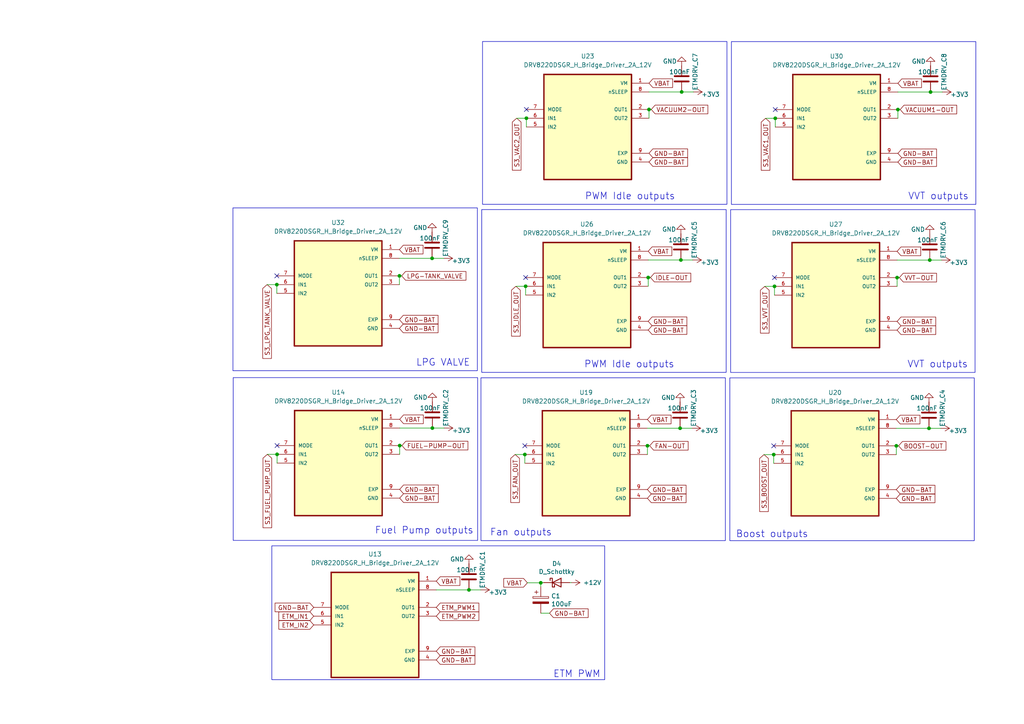
<source format=kicad_sch>
(kicad_sch
	(version 20240101)
	(generator "eeschema")
	(generator_version "8.99")
	(uuid "697a2a42-69fd-436b-8fcf-3eb612b271b7")
	(paper "A4")
	(title_block
		(title "OPEN ECU: heavy duty ")
		(date "2024-01-30")
		(rev "03-2024")
		(company "WWW.AEONLABS.SCIENCE")
		(comment 1 "Creative Commons non commercial share alike")
		(comment 2 "https://github.com/aeonSolutions/AeonLabs-AI-Volvo-MKII-Open-Hardware")
	)
	(lib_symbols
		(symbol "+3V3_1"
			(power)
			(pin_names
				(offset 0)
			)
			(exclude_from_sim no)
			(in_bom yes)
			(on_board yes)
			(property "Reference" "#PWR"
				(at 0 -3.81 0)
				(effects
					(font
						(size 1.27 1.27)
					)
					(hide yes)
				)
			)
			(property "Value" "+3V3_1"
				(at 0 3.556 0)
				(effects
					(font
						(size 1.27 1.27)
					)
				)
			)
			(property "Footprint" ""
				(at 0 0 0)
				(effects
					(font
						(size 1.27 1.27)
					)
					(hide yes)
				)
			)
			(property "Datasheet" ""
				(at 0 0 0)
				(effects
					(font
						(size 1.27 1.27)
					)
					(hide yes)
				)
			)
			(property "Description" "Power symbol creates a global label with name \"+3V3\""
				(at 0 0 0)
				(effects
					(font
						(size 1.27 1.27)
					)
					(hide yes)
				)
			)
			(property "ki_keywords" "global power"
				(at 0 0 0)
				(effects
					(font
						(size 1.27 1.27)
					)
					(hide yes)
				)
			)
			(symbol "+3V3_1_0_1"
				(polyline
					(pts
						(xy -0.762 1.27) (xy 0 2.54)
					)
					(stroke
						(width 0)
						(type default)
					)
					(fill
						(type none)
					)
				)
				(polyline
					(pts
						(xy 0 0) (xy 0 2.54)
					)
					(stroke
						(width 0)
						(type default)
					)
					(fill
						(type none)
					)
				)
				(polyline
					(pts
						(xy 0 2.54) (xy 0.762 1.27)
					)
					(stroke
						(width 0)
						(type default)
					)
					(fill
						(type none)
					)
				)
			)
			(symbol "+3V3_1_1_1"
				(pin power_in line
					(at 0 0 90)
					(length 0) hide
					(name "+3V3"
						(effects
							(font
								(size 1.27 1.27)
							)
						)
					)
					(number "1"
						(effects
							(font
								(size 1.27 1.27)
							)
						)
					)
				)
			)
		)
		(symbol "AeonLabs_IC:DRV8220DSGR_H_Bridge_Driver_2A_12V"
			(pin_names
				(offset 1.016)
			)
			(exclude_from_sim no)
			(in_bom yes)
			(on_board yes)
			(property "Reference" "U"
				(at -12.7 16.24 0)
				(effects
					(font
						(size 1.27 1.27)
					)
					(justify left bottom)
				)
			)
			(property "Value" "DRV8220DSGR_H_Bridge_Driver_2A_12V"
				(at -12.7 -19.24 0)
				(effects
					(font
						(size 1.27 1.27)
					)
					(justify left bottom)
				)
			)
			(property "Footprint" "AeonLabs_IC:DRV8220DSGR H Bridge Driver 2A 12V"
				(at 0.9144 27.9908 0)
				(effects
					(font
						(size 1.27 1.27)
					)
					(justify bottom)
					(hide yes)
				)
			)
			(property "Datasheet" ""
				(at 0.9144 27.9908 0)
				(effects
					(font
						(size 1.27 1.27)
					)
					(hide yes)
				)
			)
			(property "Description" "\n12-V, 1.8-A H-bridge motor driver\n"
				(at 0.9144 27.9908 0)
				(effects
					(font
						(size 1.27 1.27)
					)
					(justify bottom)
					(hide yes)
				)
			)
			(property "MF" "Texas Instruments"
				(at 0.9144 27.9908 0)
				(effects
					(font
						(size 1.27 1.27)
					)
					(justify bottom)
					(hide yes)
				)
			)
			(property "Package" "WSON-8 Texas Instruments"
				(at 0.9144 27.9908 0)
				(effects
					(font
						(size 1.27 1.27)
					)
					(justify bottom)
					(hide yes)
				)
			)
			(property "Price" "None"
				(at 0.9144 27.9908 0)
				(effects
					(font
						(size 1.27 1.27)
					)
					(justify bottom)
					(hide yes)
				)
			)
			(property "SnapEDA_Link" "https://www.snapeda.com/parts/DRV8837DSGR/Texas+Instruments/view-part/?ref=snap"
				(at -0.2794 23.6728 0)
				(effects
					(font
						(size 1.27 1.27)
					)
					(justify bottom)
					(hide yes)
				)
			)
			(property "MP" "DRV8837DSGR"
				(at 0.9144 27.9908 0)
				(effects
					(font
						(size 1.27 1.27)
					)
					(justify bottom)
					(hide yes)
				)
			)
			(property "Purchase-URL" "https://www.snapeda.com/api/url_track_click_mouser/?unipart_id=230051&manufacturer=Texas Instruments&part_name=DRV8837DSGR&search_term=None"
				(at -0.2794 23.6728 0)
				(effects
					(font
						(size 1.27 1.27)
					)
					(justify bottom)
					(hide yes)
				)
			)
			(property "Availability" "In Stock"
				(at 0.9144 27.9908 0)
				(effects
					(font
						(size 1.27 1.27)
					)
					(justify bottom)
					(hide yes)
				)
			)
			(property "Check_prices" "https://www.snapeda.com/parts/DRV8837DSGR/Texas+Instruments/view-part/?ref=eda"
				(at -0.2794 23.6728 0)
				(effects
					(font
						(size 1.27 1.27)
					)
					(justify bottom)
					(hide yes)
				)
			)
			(symbol "DRV8220DSGR_H_Bridge_Driver_2A_12V_0_0"
				(rectangle
					(start -12.7 -15.24)
					(end 12.7 15.24)
					(stroke
						(width 0.41)
						(type default)
					)
					(fill
						(type background)
					)
				)
				(pin power_in line
					(at 17.78 12.7 180)
					(length 5.08)
					(name "VM"
						(effects
							(font
								(size 1.016 1.016)
							)
						)
					)
					(number "1"
						(effects
							(font
								(size 1.016 1.016)
							)
						)
					)
				)
				(pin output line
					(at 17.78 5.08 180)
					(length 5.08)
					(name "OUT1"
						(effects
							(font
								(size 1.016 1.016)
							)
						)
					)
					(number "2"
						(effects
							(font
								(size 1.016 1.016)
							)
						)
					)
				)
				(pin output line
					(at 17.78 2.54 180)
					(length 5.08)
					(name "OUT2"
						(effects
							(font
								(size 1.016 1.016)
							)
						)
					)
					(number "3"
						(effects
							(font
								(size 1.016 1.016)
							)
						)
					)
				)
				(pin power_in line
					(at 17.78 -10.16 180)
					(length 5.08)
					(name "GND"
						(effects
							(font
								(size 1.016 1.016)
							)
						)
					)
					(number "4"
						(effects
							(font
								(size 1.016 1.016)
							)
						)
					)
				)
				(pin input line
					(at -17.78 0 0)
					(length 5.08)
					(name "IN2"
						(effects
							(font
								(size 1.016 1.016)
							)
						)
					)
					(number "5"
						(effects
							(font
								(size 1.016 1.016)
							)
						)
					)
				)
				(pin input line
					(at -17.78 2.54 0)
					(length 5.08)
					(name "IN1"
						(effects
							(font
								(size 1.016 1.016)
							)
						)
					)
					(number "6"
						(effects
							(font
								(size 1.016 1.016)
							)
						)
					)
				)
				(pin power_in line
					(at 17.78 -7.62 180)
					(length 5.08)
					(name "EXP"
						(effects
							(font
								(size 1.016 1.016)
							)
						)
					)
					(number "9"
						(effects
							(font
								(size 1.016 1.016)
							)
						)
					)
				)
			)
			(symbol "DRV8220DSGR_H_Bridge_Driver_2A_12V_1_0"
				(pin input line
					(at -17.78 5.08 0)
					(length 5.08)
					(name "MODE"
						(effects
							(font
								(size 1.016 1.016)
							)
						)
					)
					(number "7"
						(effects
							(font
								(size 1.016 1.016)
							)
						)
					)
				)
				(pin power_in line
					(at 17.78 10.16 180)
					(length 5.08)
					(name "nSLEEP"
						(effects
							(font
								(size 1.016 1.016)
							)
						)
					)
					(number "8"
						(effects
							(font
								(size 1.016 1.016)
							)
						)
					)
				)
			)
		)
		(symbol "Device:C"
			(pin_numbers hide)
			(pin_names
				(offset 0.254)
			)
			(exclude_from_sim no)
			(in_bom yes)
			(on_board yes)
			(property "Reference" "C"
				(at 0.635 2.54 0)
				(effects
					(font
						(size 1.27 1.27)
					)
					(justify left)
				)
			)
			(property "Value" "C"
				(at 0.635 -2.54 0)
				(effects
					(font
						(size 1.27 1.27)
					)
					(justify left)
				)
			)
			(property "Footprint" ""
				(at 0.9652 -3.81 0)
				(effects
					(font
						(size 1.27 1.27)
					)
					(hide yes)
				)
			)
			(property "Datasheet" "~"
				(at 0 0 0)
				(effects
					(font
						(size 1.27 1.27)
					)
					(hide yes)
				)
			)
			(property "Description" "Unpolarized capacitor"
				(at 0 0 0)
				(effects
					(font
						(size 1.27 1.27)
					)
					(hide yes)
				)
			)
			(property "ki_keywords" "cap capacitor"
				(at 0 0 0)
				(effects
					(font
						(size 1.27 1.27)
					)
					(hide yes)
				)
			)
			(property "ki_fp_filters" "C_*"
				(at 0 0 0)
				(effects
					(font
						(size 1.27 1.27)
					)
					(hide yes)
				)
			)
			(symbol "C_0_1"
				(polyline
					(pts
						(xy -2.032 -0.762) (xy 2.032 -0.762)
					)
					(stroke
						(width 0.508)
						(type default)
					)
					(fill
						(type none)
					)
				)
				(polyline
					(pts
						(xy -2.032 0.762) (xy 2.032 0.762)
					)
					(stroke
						(width 0.508)
						(type default)
					)
					(fill
						(type none)
					)
				)
			)
			(symbol "C_1_1"
				(pin passive line
					(at 0 3.81 270)
					(length 2.794)
					(name "~"
						(effects
							(font
								(size 1.27 1.27)
							)
						)
					)
					(number "1"
						(effects
							(font
								(size 1.27 1.27)
							)
						)
					)
				)
				(pin passive line
					(at 0 -3.81 90)
					(length 2.794)
					(name "~"
						(effects
							(font
								(size 1.27 1.27)
							)
						)
					)
					(number "2"
						(effects
							(font
								(size 1.27 1.27)
							)
						)
					)
				)
			)
		)
		(symbol "Device:CP"
			(pin_numbers hide)
			(pin_names
				(offset 0.254)
			)
			(exclude_from_sim no)
			(in_bom yes)
			(on_board yes)
			(property "Reference" "C"
				(at 0.635 2.54 0)
				(effects
					(font
						(size 1.27 1.27)
					)
					(justify left)
				)
			)
			(property "Value" "Device_CP"
				(at 0.635 -2.54 0)
				(effects
					(font
						(size 1.27 1.27)
					)
					(justify left)
				)
			)
			(property "Footprint" ""
				(at 0.9652 -3.81 0)
				(effects
					(font
						(size 1.27 1.27)
					)
					(hide yes)
				)
			)
			(property "Datasheet" ""
				(at 0 0 0)
				(effects
					(font
						(size 1.27 1.27)
					)
					(hide yes)
				)
			)
			(property "Description" ""
				(at 0 0 0)
				(effects
					(font
						(size 1.27 1.27)
					)
					(hide yes)
				)
			)
			(property "ki_fp_filters" "CP_*"
				(at 0 0 0)
				(effects
					(font
						(size 1.27 1.27)
					)
					(hide yes)
				)
			)
			(symbol "CP_0_1"
				(rectangle
					(start -2.286 0.508)
					(end 2.286 1.016)
					(stroke
						(width 0)
						(type default)
					)
					(fill
						(type none)
					)
				)
				(polyline
					(pts
						(xy -1.778 2.286) (xy -0.762 2.286)
					)
					(stroke
						(width 0)
						(type default)
					)
					(fill
						(type none)
					)
				)
				(polyline
					(pts
						(xy -1.27 2.794) (xy -1.27 1.778)
					)
					(stroke
						(width 0)
						(type default)
					)
					(fill
						(type none)
					)
				)
				(rectangle
					(start 2.286 -0.508)
					(end -2.286 -1.016)
					(stroke
						(width 0)
						(type default)
					)
					(fill
						(type outline)
					)
				)
			)
			(symbol "CP_1_1"
				(pin passive line
					(at 0 3.81 270)
					(length 2.794)
					(name "~"
						(effects
							(font
								(size 1.27 1.27)
							)
						)
					)
					(number "1"
						(effects
							(font
								(size 1.27 1.27)
							)
						)
					)
				)
				(pin passive line
					(at 0 -3.81 90)
					(length 2.794)
					(name "~"
						(effects
							(font
								(size 1.27 1.27)
							)
						)
					)
					(number "2"
						(effects
							(font
								(size 1.27 1.27)
							)
						)
					)
				)
			)
		)
		(symbol "Device:D_Schottky"
			(pin_numbers hide)
			(pin_names
				(offset 1.016) hide)
			(exclude_from_sim no)
			(in_bom yes)
			(on_board yes)
			(property "Reference" "D"
				(at 0 2.54 0)
				(effects
					(font
						(size 1.27 1.27)
					)
				)
			)
			(property "Value" "D_Schottky"
				(at 0 -2.54 0)
				(effects
					(font
						(size 1.27 1.27)
					)
				)
			)
			(property "Footprint" ""
				(at 0 0 0)
				(effects
					(font
						(size 1.27 1.27)
					)
					(hide yes)
				)
			)
			(property "Datasheet" "~"
				(at 0 0 0)
				(effects
					(font
						(size 1.27 1.27)
					)
					(hide yes)
				)
			)
			(property "Description" "Schottky diode"
				(at 0 0 0)
				(effects
					(font
						(size 1.27 1.27)
					)
					(hide yes)
				)
			)
			(property "ki_keywords" "diode Schottky"
				(at 0 0 0)
				(effects
					(font
						(size 1.27 1.27)
					)
					(hide yes)
				)
			)
			(property "ki_fp_filters" "TO-???* *_Diode_* *SingleDiode* D_*"
				(at 0 0 0)
				(effects
					(font
						(size 1.27 1.27)
					)
					(hide yes)
				)
			)
			(symbol "D_Schottky_0_1"
				(polyline
					(pts
						(xy 1.27 0) (xy -1.27 0)
					)
					(stroke
						(width 0)
						(type default)
					)
					(fill
						(type none)
					)
				)
				(polyline
					(pts
						(xy 1.27 1.27) (xy 1.27 -1.27) (xy -1.27 0) (xy 1.27 1.27)
					)
					(stroke
						(width 0.254)
						(type default)
					)
					(fill
						(type none)
					)
				)
				(polyline
					(pts
						(xy -1.905 0.635) (xy -1.905 1.27) (xy -1.27 1.27) (xy -1.27 -1.27) (xy -0.635 -1.27) (xy -0.635 -0.635)
					)
					(stroke
						(width 0.254)
						(type default)
					)
					(fill
						(type none)
					)
				)
			)
			(symbol "D_Schottky_1_1"
				(pin passive line
					(at -3.81 0 0)
					(length 2.54)
					(name "K"
						(effects
							(font
								(size 1.27 1.27)
							)
						)
					)
					(number "1"
						(effects
							(font
								(size 1.27 1.27)
							)
						)
					)
				)
				(pin passive line
					(at 3.81 0 180)
					(length 2.54)
					(name "A"
						(effects
							(font
								(size 1.27 1.27)
							)
						)
					)
					(number "2"
						(effects
							(font
								(size 1.27 1.27)
							)
						)
					)
				)
			)
		)
		(symbol "power:+12V"
			(power)
			(pin_names
				(offset 0)
			)
			(exclude_from_sim no)
			(in_bom yes)
			(on_board yes)
			(property "Reference" "#PWR"
				(at 0 -3.81 0)
				(effects
					(font
						(size 1.27 1.27)
					)
					(hide yes)
				)
			)
			(property "Value" "+12V"
				(at 0 3.556 0)
				(effects
					(font
						(size 1.27 1.27)
					)
				)
			)
			(property "Footprint" ""
				(at 0 0 0)
				(effects
					(font
						(size 1.27 1.27)
					)
					(hide yes)
				)
			)
			(property "Datasheet" ""
				(at 0 0 0)
				(effects
					(font
						(size 1.27 1.27)
					)
					(hide yes)
				)
			)
			(property "Description" "Power symbol creates a global label with name \"+12V\""
				(at 0 0 0)
				(effects
					(font
						(size 1.27 1.27)
					)
					(hide yes)
				)
			)
			(property "ki_keywords" "global power"
				(at 0 0 0)
				(effects
					(font
						(size 1.27 1.27)
					)
					(hide yes)
				)
			)
			(symbol "+12V_0_1"
				(polyline
					(pts
						(xy -0.762 1.27) (xy 0 2.54)
					)
					(stroke
						(width 0)
						(type default)
					)
					(fill
						(type none)
					)
				)
				(polyline
					(pts
						(xy 0 0) (xy 0 2.54)
					)
					(stroke
						(width 0)
						(type default)
					)
					(fill
						(type none)
					)
				)
				(polyline
					(pts
						(xy 0 2.54) (xy 0.762 1.27)
					)
					(stroke
						(width 0)
						(type default)
					)
					(fill
						(type none)
					)
				)
			)
			(symbol "+12V_1_1"
				(pin power_in line
					(at 0 0 90)
					(length 0) hide
					(name "+12V"
						(effects
							(font
								(size 1.27 1.27)
							)
						)
					)
					(number "1"
						(effects
							(font
								(size 1.27 1.27)
							)
						)
					)
				)
			)
		)
		(symbol "power:GND"
			(power)
			(pin_names
				(offset 0)
			)
			(exclude_from_sim no)
			(in_bom yes)
			(on_board yes)
			(property "Reference" "#PWR"
				(at 0 -6.35 0)
				(effects
					(font
						(size 1.27 1.27)
					)
					(hide yes)
				)
			)
			(property "Value" "GND"
				(at 0 -3.81 0)
				(effects
					(font
						(size 1.27 1.27)
					)
				)
			)
			(property "Footprint" ""
				(at 0 0 0)
				(effects
					(font
						(size 1.27 1.27)
					)
					(hide yes)
				)
			)
			(property "Datasheet" ""
				(at 0 0 0)
				(effects
					(font
						(size 1.27 1.27)
					)
					(hide yes)
				)
			)
			(property "Description" "Power symbol creates a global label with name \"GND\" , ground"
				(at 0 0 0)
				(effects
					(font
						(size 1.27 1.27)
					)
					(hide yes)
				)
			)
			(property "ki_keywords" "power-flag"
				(at 0 0 0)
				(effects
					(font
						(size 1.27 1.27)
					)
					(hide yes)
				)
			)
			(symbol "GND_0_1"
				(polyline
					(pts
						(xy 0 0) (xy 0 -1.27) (xy 1.27 -1.27) (xy 0 -2.54) (xy -1.27 -1.27) (xy 0 -1.27)
					)
					(stroke
						(width 0)
						(type default)
					)
					(fill
						(type none)
					)
				)
			)
			(symbol "GND_1_1"
				(pin power_in line
					(at 0 0 270)
					(length 0) hide
					(name "GND"
						(effects
							(font
								(size 1.27 1.27)
							)
						)
					)
					(number "1"
						(effects
							(font
								(size 1.27 1.27)
							)
						)
					)
				)
			)
		)
	)
	(junction
		(at 80.3656 131.7752)
		(diameter 0)
		(color 0 0 0 0)
		(uuid "0cc5f0ea-5c0a-42cc-9f85-f12e1c2e726e")
	)
	(junction
		(at 269.4432 124.2314)
		(diameter 0)
		(color 0 0 0 0)
		(uuid "1aa4d7ee-ef9f-4e70-8fde-516987bff8db")
	)
	(junction
		(at 115.9256 129.2352)
		(diameter 0)
		(color 0 0 0 0)
		(uuid "1b0a7cbe-fa6c-44ad-8221-0833f02f90ae")
	)
	(junction
		(at 152.4508 83.0326)
		(diameter 0)
		(color 0 0 0 0)
		(uuid "1bce374e-9575-4f6a-a931-53abf17a6f6e")
	)
	(junction
		(at 197.2564 124.206)
		(diameter 0)
		(color 0 0 0 0)
		(uuid "1ddd9357-e110-4e11-8248-1dc8f02d4f27")
	)
	(junction
		(at 187.7822 129.286)
		(diameter 0)
		(color 0 0 0 0)
		(uuid "211766f6-a68b-4cbe-951a-23cc8d7e5d33")
	)
	(junction
		(at 136.017 171.0944)
		(diameter 0)
		(color 0 0 0 0)
		(uuid "2780b716-a427-4b17-9a24-c18595a37190")
	)
	(junction
		(at 224.6376 83.058)
		(diameter 0)
		(color 0 0 0 0)
		(uuid "36ceab36-3c7d-4e8e-86de-4a04afb02df2")
	)
	(junction
		(at 188.2394 31.75)
		(diameter 0)
		(color 0 0 0 0)
		(uuid "46a4b71d-092b-4b4c-ac95-5f381174a2e9")
	)
	(junction
		(at 259.969 129.3114)
		(diameter 0)
		(color 0 0 0 0)
		(uuid "5020fa8c-ca42-42dc-baac-5a5fd1f65521")
	)
	(junction
		(at 152.2222 131.826)
		(diameter 0)
		(color 0 0 0 0)
		(uuid "536b9de1-cb42-4619-bfe1-9dc795c2398c")
	)
	(junction
		(at 115.8494 80.01)
		(diameter 0)
		(color 0 0 0 0)
		(uuid "59d7ac56-b311-4d5a-a80d-9f697237389e")
	)
	(junction
		(at 125.3236 74.93)
		(diameter 0)
		(color 0 0 0 0)
		(uuid "6200a971-572f-4e3f-9baf-80b8c5aae800")
	)
	(junction
		(at 224.409 131.8514)
		(diameter 0)
		(color 0 0 0 0)
		(uuid "6540874a-0c0c-48ec-84fd-4e836b3672a9")
	)
	(junction
		(at 188.0108 80.4926)
		(diameter 0)
		(color 0 0 0 0)
		(uuid "7b7b9fa4-b8ce-41d3-913e-815bdaaacfa1")
	)
	(junction
		(at 269.6718 75.438)
		(diameter 0)
		(color 0 0 0 0)
		(uuid "85e649ba-6968-42cc-90c1-8d7ef21cad00")
	)
	(junction
		(at 224.8662 34.3154)
		(diameter 0)
		(color 0 0 0 0)
		(uuid "922d2ff3-ea38-4c27-8f12-4a1b4caf8057")
	)
	(junction
		(at 156.845 169.037)
		(diameter 0)
		(color 0 0 0 0)
		(uuid "a2606ab2-d21a-438f-b7d1-45368fde0d1b")
	)
	(junction
		(at 260.1976 80.518)
		(diameter 0)
		(color 0 0 0 0)
		(uuid "a38b1147-22ae-40cf-8596-3fa479255286")
	)
	(junction
		(at 197.485 75.4126)
		(diameter 0)
		(color 0 0 0 0)
		(uuid "a4631fda-546e-4643-b768-0dda57a08510")
	)
	(junction
		(at 80.2894 82.55)
		(diameter 0)
		(color 0 0 0 0)
		(uuid "b2cc0697-afe1-4ed8-8509-ba728931716b")
	)
	(junction
		(at 125.3998 124.1552)
		(diameter 0)
		(color 0 0 0 0)
		(uuid "b5e4ddcc-fd6c-4379-a1d4-7a14fe72668c")
	)
	(junction
		(at 197.7136 26.67)
		(diameter 0)
		(color 0 0 0 0)
		(uuid "b8b6cedd-8543-4458-bd72-731a609b59a0")
	)
	(junction
		(at 269.9004 26.6954)
		(diameter 0)
		(color 0 0 0 0)
		(uuid "caf3bb58-3e55-4835-8ae3-d17ea413e605")
	)
	(junction
		(at 260.4262 31.7754)
		(diameter 0)
		(color 0 0 0 0)
		(uuid "dba1a0ca-b351-4053-8db0-bfdb1047396c")
	)
	(junction
		(at 152.6794 34.29)
		(diameter 0)
		(color 0 0 0 0)
		(uuid "fab73003-2a0a-442a-99d0-198a3ebc756f")
	)
	(no_connect
		(at 152.2222 129.286)
		(uuid "026cda4c-cb26-460f-a859-861d1fa5d126")
	)
	(no_connect
		(at 224.409 129.3114)
		(uuid "1943661e-65ac-499c-95dc-0f00624edce8")
	)
	(no_connect
		(at 224.8662 31.7754)
		(uuid "27af2eeb-a9ea-4725-9be7-c0c2d7b572ca")
	)
	(no_connect
		(at 80.3656 129.2352)
		(uuid "6c1ff707-afb4-443f-a3cf-c4ec8ecc5144")
	)
	(no_connect
		(at 152.6794 31.75)
		(uuid "6db08213-192f-4dd9-b9b1-2920d84340a9")
	)
	(no_connect
		(at 224.6376 80.518)
		(uuid "89ca3190-ca3d-407e-968b-82bf73ef65c1")
	)
	(no_connect
		(at 152.4508 80.4926)
		(uuid "e3878ca7-b6d0-47b2-8791-f043e0fcdb91")
	)
	(no_connect
		(at 80.2894 80.01)
		(uuid "eb6fa40e-8c78-4cf3-a959-d21d51cd046a")
	)
	(wire
		(pts
			(xy 224.8662 34.3154) (xy 224.8662 36.8554)
		)
		(stroke
			(width 0)
			(type default)
		)
		(uuid "02af33c1-5a27-40da-8de7-7dc001793d5d")
	)
	(wire
		(pts
			(xy 272.8468 124.2314) (xy 269.4432 124.2314)
		)
		(stroke
			(width 0)
			(type default)
		)
		(uuid "08e71c8e-777e-42de-b092-db96e4a7f198")
	)
	(wire
		(pts
			(xy 152.6794 34.29) (xy 152.6794 36.83)
		)
		(stroke
			(width 0)
			(type default)
		)
		(uuid "169ba0a5-a4b2-4f71-a06e-a8b76a83c66e")
	)
	(wire
		(pts
			(xy 115.8494 80.01) (xy 115.8494 82.55)
		)
		(stroke
			(width 0)
			(type default)
		)
		(uuid "1c835adb-d220-4909-b87e-b2432ed2fe3b")
	)
	(wire
		(pts
			(xy 159.385 177.8508) (xy 156.845 177.8508)
		)
		(stroke
			(width 0)
			(type default)
		)
		(uuid "20c5ac3c-6dc9-4302-bcf8-8a6bb35501d0")
	)
	(wire
		(pts
			(xy 269.9004 26.6954) (xy 260.4262 26.6954)
		)
		(stroke
			(width 0)
			(type default)
		)
		(uuid "231905b3-13de-467f-b0d2-3af160d33423")
	)
	(wire
		(pts
			(xy 222.0468 34.3154) (xy 224.8662 34.3154)
		)
		(stroke
			(width 0)
			(type default)
		)
		(uuid "2faeaa82-9ced-4442-b48a-b5c79444966f")
	)
	(wire
		(pts
			(xy 197.485 75.4126) (xy 188.0108 75.4126)
		)
		(stroke
			(width 0)
			(type default)
		)
		(uuid "3315a185-25db-4510-ad2d-40fa775bf55e")
	)
	(wire
		(pts
			(xy 125.3236 74.93) (xy 115.8494 74.93)
		)
		(stroke
			(width 0)
			(type default)
		)
		(uuid "33be769c-9648-4a9b-a687-149cae7d3bef")
	)
	(wire
		(pts
			(xy 152.4508 83.0326) (xy 152.4508 85.5726)
		)
		(stroke
			(width 0)
			(type default)
		)
		(uuid "33d970c5-0332-4e1d-8e46-cb65d65fbd6c")
	)
	(wire
		(pts
			(xy 260.1976 80.518) (xy 260.1976 83.058)
		)
		(stroke
			(width 0)
			(type default)
		)
		(uuid "382edce6-f14d-4031-9e42-d6941a209bb9")
	)
	(wire
		(pts
			(xy 261.0866 31.7754) (xy 260.4262 31.7754)
		)
		(stroke
			(width 0)
			(type default)
		)
		(uuid "42ea37e2-f258-4544-b257-b9351e3d07d4")
	)
	(wire
		(pts
			(xy 165.6588 168.9862) (xy 165.2778 168.9862)
		)
		(stroke
			(width 0)
			(type default)
		)
		(uuid "48cc067c-b455-4ddc-a245-43537aa2897d")
	)
	(wire
		(pts
			(xy 273.304 26.6954) (xy 269.9004 26.6954)
		)
		(stroke
			(width 0)
			(type default)
		)
		(uuid "51a93290-2805-4bd3-933c-4a6ae9426110")
	)
	(wire
		(pts
			(xy 269.6718 75.438) (xy 260.1976 75.438)
		)
		(stroke
			(width 0)
			(type default)
		)
		(uuid "530204b7-ae21-4422-85a3-c8fd07b3f935")
	)
	(wire
		(pts
			(xy 188.6712 80.4926) (xy 188.0108 80.4926)
		)
		(stroke
			(width 0)
			(type default)
		)
		(uuid "5434fd79-b325-48cf-b309-3a2378d9357d")
	)
	(wire
		(pts
			(xy 221.5896 131.8514) (xy 224.409 131.8514)
		)
		(stroke
			(width 0)
			(type default)
		)
		(uuid "55e43ddc-0e18-4338-8303-d810bb921251")
	)
	(wire
		(pts
			(xy 157.6578 168.9862) (xy 156.845 168.9862)
		)
		(stroke
			(width 0)
			(type default)
		)
		(uuid "5abdea5a-14fe-4a02-a567-a67c426a8025")
	)
	(wire
		(pts
			(xy 128.8034 124.1552) (xy 125.3998 124.1552)
		)
		(stroke
			(width 0)
			(type default)
		)
		(uuid "5da4899e-49f6-4c51-8441-521687883a1a")
	)
	(wire
		(pts
			(xy 260.4262 31.7754) (xy 260.4262 34.3154)
		)
		(stroke
			(width 0)
			(type default)
		)
		(uuid "6547b7a5-8cda-488e-907d-466c25ef3b12")
	)
	(wire
		(pts
			(xy 221.8182 83.058) (xy 224.6376 83.058)
		)
		(stroke
			(width 0)
			(type default)
		)
		(uuid "67245553-7f26-4a2d-9430-d747f68b3ced")
	)
	(wire
		(pts
			(xy 260.6294 129.3114) (xy 259.969 129.3114)
		)
		(stroke
			(width 0)
			(type default)
		)
		(uuid "68972b81-5fe1-41fe-93ba-8527142e4f83")
	)
	(wire
		(pts
			(xy 200.66 124.206) (xy 197.2564 124.206)
		)
		(stroke
			(width 0)
			(type default)
		)
		(uuid "6e135585-9d15-48aa-a8c8-fc83b102137b")
	)
	(wire
		(pts
			(xy 188.0108 80.4926) (xy 188.0108 83.0326)
		)
		(stroke
			(width 0)
			(type default)
		)
		(uuid "70e53ea2-bacf-4763-a9c7-eb456bc67bc1")
	)
	(wire
		(pts
			(xy 136.017 171.0944) (xy 126.5428 171.0944)
		)
		(stroke
			(width 0)
			(type default)
		)
		(uuid "715e4793-8a59-4bd0-b34b-18d9d68810da")
	)
	(wire
		(pts
			(xy 187.7822 129.286) (xy 187.7822 131.826)
		)
		(stroke
			(width 0)
			(type default)
		)
		(uuid "72df2fbf-8b9f-405a-b3f8-6b5d88f49bc7")
	)
	(wire
		(pts
			(xy 201.1172 26.67) (xy 197.7136 26.67)
		)
		(stroke
			(width 0)
			(type default)
		)
		(uuid "781aed7f-51f0-4322-863e-331964ef3a8c")
	)
	(wire
		(pts
			(xy 116.586 129.2352) (xy 115.9256 129.2352)
		)
		(stroke
			(width 0)
			(type default)
		)
		(uuid "79659149-ef37-44ce-b313-fe7d35fcc016")
	)
	(wire
		(pts
			(xy 149.86 34.29) (xy 152.6794 34.29)
		)
		(stroke
			(width 0)
			(type default)
		)
		(uuid "7e204b0d-8025-4bdd-b80c-4608d2611af8")
	)
	(wire
		(pts
			(xy 152.2222 131.826) (xy 152.2222 134.366)
		)
		(stroke
			(width 0)
			(type default)
		)
		(uuid "7eb5a3c2-24c7-4f8c-9409-14bae6e55fc6")
	)
	(wire
		(pts
			(xy 149.4028 131.826) (xy 152.2222 131.826)
		)
		(stroke
			(width 0)
			(type default)
		)
		(uuid "81a231e2-8108-4a56-808b-1b93c4d22ab2")
	)
	(wire
		(pts
			(xy 197.7136 26.67) (xy 188.2394 26.67)
		)
		(stroke
			(width 0)
			(type default)
		)
		(uuid "827cbbd5-93fb-49f4-990d-3394c279ab5c")
	)
	(wire
		(pts
			(xy 197.2564 124.206) (xy 187.7822 124.206)
		)
		(stroke
			(width 0)
			(type default)
		)
		(uuid "88b2eace-d162-44ff-9bf6-0fcc01e9300d")
	)
	(wire
		(pts
			(xy 156.845 170.2308) (xy 156.845 169.037)
		)
		(stroke
			(width 0)
			(type default)
		)
		(uuid "8cb2f9e4-2d4e-4893-94a4-aa635dc3001a")
	)
	(wire
		(pts
			(xy 273.0754 75.438) (xy 269.6718 75.438)
		)
		(stroke
			(width 0)
			(type default)
		)
		(uuid "90c3fe39-cc57-436d-83c1-d8616f8ebf00")
	)
	(wire
		(pts
			(xy 260.858 80.518) (xy 260.1976 80.518)
		)
		(stroke
			(width 0)
			(type default)
		)
		(uuid "a370481d-b2eb-4967-acf1-6e592bb81494")
	)
	(wire
		(pts
			(xy 77.5462 131.7752) (xy 80.3656 131.7752)
		)
		(stroke
			(width 0)
			(type default)
		)
		(uuid "a7996c3a-97b8-4d13-9384-de4283b7b006")
	)
	(wire
		(pts
			(xy 149.6314 83.0326) (xy 152.4508 83.0326)
		)
		(stroke
			(width 0)
			(type default)
		)
		(uuid "aaf455f1-1716-4ae3-8ab6-decd1a9a199d")
	)
	(wire
		(pts
			(xy 224.409 131.8514) (xy 224.409 134.3914)
		)
		(stroke
			(width 0)
			(type default)
		)
		(uuid "b093ecc5-5904-4957-b8ee-387a9d776ecc")
	)
	(wire
		(pts
			(xy 188.2394 31.75) (xy 188.2394 34.29)
		)
		(stroke
			(width 0)
			(type default)
		)
		(uuid "bdfb7889-9c35-4e6a-a6df-47cefba8bc60")
	)
	(wire
		(pts
			(xy 224.6376 83.058) (xy 224.6376 85.598)
		)
		(stroke
			(width 0)
			(type default)
		)
		(uuid "c3f85d3a-fa95-4459-89fc-65cf3a68e3eb")
	)
	(wire
		(pts
			(xy 80.3656 131.7752) (xy 80.3656 134.3152)
		)
		(stroke
			(width 0)
			(type default)
		)
		(uuid "c62b3e4a-1160-4575-8a03-ac9ae796d56b")
	)
	(wire
		(pts
			(xy 128.7272 74.93) (xy 125.3236 74.93)
		)
		(stroke
			(width 0)
			(type default)
		)
		(uuid "ccb2ffd4-99f1-4bb9-b5c2-f2b4df3a6890")
	)
	(wire
		(pts
			(xy 116.5098 80.01) (xy 115.8494 80.01)
		)
		(stroke
			(width 0)
			(type default)
		)
		(uuid "cec4ea71-0ca2-4bbd-9abe-7c103e8aa9b5")
	)
	(wire
		(pts
			(xy 269.4432 124.2314) (xy 259.969 124.2314)
		)
		(stroke
			(width 0)
			(type default)
		)
		(uuid "d0bababa-50f8-4d3e-95c1-729c52caff08")
	)
	(wire
		(pts
			(xy 188.4426 129.286) (xy 187.7822 129.286)
		)
		(stroke
			(width 0)
			(type default)
		)
		(uuid "d674cbf2-77c6-4e1d-83bf-548e31cda18c")
	)
	(wire
		(pts
			(xy 259.969 129.3114) (xy 259.969 131.8514)
		)
		(stroke
			(width 0)
			(type default)
		)
		(uuid "d6bce4dd-af59-4b7b-ae3d-cf7191ed3dae")
	)
	(wire
		(pts
			(xy 156.845 169.037) (xy 156.845 168.9862)
		)
		(stroke
			(width 0)
			(type default)
		)
		(uuid "d6ea5074-c4ee-4edd-8bb1-1ddf66d2d2b1")
	)
	(wire
		(pts
			(xy 200.8886 75.4126) (xy 197.485 75.4126)
		)
		(stroke
			(width 0)
			(type default)
		)
		(uuid "e7ab6217-9dad-4ca6-ae04-73e9b9ddf416")
	)
	(wire
		(pts
			(xy 115.9256 129.2352) (xy 115.9256 131.7752)
		)
		(stroke
			(width 0)
			(type default)
		)
		(uuid "eebd2ef6-2c5c-488c-be7e-a0b176073e22")
	)
	(wire
		(pts
			(xy 77.47 82.55) (xy 80.2894 82.55)
		)
		(stroke
			(width 0)
			(type default)
		)
		(uuid "f0748370-c067-4949-a76b-f6afc729535a")
	)
	(wire
		(pts
			(xy 152.9588 169.037) (xy 156.845 169.037)
		)
		(stroke
			(width 0)
			(type default)
		)
		(uuid "f33814fd-ab42-4eac-b9af-05525cf8974d")
	)
	(wire
		(pts
			(xy 139.4206 171.0944) (xy 136.017 171.0944)
		)
		(stroke
			(width 0)
			(type default)
		)
		(uuid "f4cecfdc-7ec0-4700-81c4-37152341519f")
	)
	(wire
		(pts
			(xy 125.3998 124.1552) (xy 115.9256 124.1552)
		)
		(stroke
			(width 0)
			(type default)
		)
		(uuid "f7f6500b-8aa8-402c-8aae-897c6ab9d332")
	)
	(wire
		(pts
			(xy 80.2894 82.55) (xy 80.2894 85.09)
		)
		(stroke
			(width 0)
			(type default)
		)
		(uuid "f8e39da9-34f9-46ac-ab01-37fd81293b02")
	)
	(wire
		(pts
			(xy 188.8998 31.75) (xy 188.2394 31.75)
		)
		(stroke
			(width 0)
			(type default)
		)
		(uuid "fdc0a33b-0046-41d5-a000-a526e6545faf")
	)
	(rectangle
		(start 67.564 60.2996)
		(end 138.4554 107.5182)
		(stroke
			(width 0)
			(type default)
		)
		(fill
			(type none)
		)
		(uuid 1295bc01-94a8-4702-88cb-4e971b44eb88)
	)
	(rectangle
		(start 67.6402 109.5248)
		(end 138.5316 156.7434)
		(stroke
			(width 0)
			(type default)
		)
		(fill
			(type none)
		)
		(uuid 3551318b-0fbd-4864-b09c-9cec48104620)
	)
	(rectangle
		(start 211.9122 60.8076)
		(end 282.8036 108.0262)
		(stroke
			(width 0)
			(type default)
		)
		(fill
			(type none)
		)
		(uuid 3d9c3e92-0846-418a-b24c-58b13acbdd9c)
	)
	(rectangle
		(start 78.8416 158.3182)
		(end 175.387 197.1294)
		(stroke
			(width 0)
			(type default)
		)
		(fill
			(type none)
		)
		(uuid 4dcf5329-e0a4-4430-8193-1f2a66c531d0)
	)
	(rectangle
		(start 211.6836 109.601)
		(end 282.575 156.8196)
		(stroke
			(width 0)
			(type default)
		)
		(fill
			(type none)
		)
		(uuid 7d218ff1-a646-4903-848e-0d174a581b28)
	)
	(rectangle
		(start 139.7254 60.7822)
		(end 210.6168 108.0008)
		(stroke
			(width 0)
			(type default)
		)
		(fill
			(type none)
		)
		(uuid 9301e7c6-8ae6-4da6-a107-0ffa912f60d5)
	)
	(rectangle
		(start 212.1408 12.065)
		(end 283.0322 59.2836)
		(stroke
			(width 0)
			(type default)
		)
		(fill
			(type none)
		)
		(uuid 9ff229f1-cba5-443a-b5f3-5f6642cd9945)
	)
	(rectangle
		(start 139.4968 109.5756)
		(end 210.3882 156.7942)
		(stroke
			(width 0)
			(type default)
		)
		(fill
			(type none)
		)
		(uuid a42fbe57-ce55-4f32-bc41-b94a9754b6d8)
	)
	(rectangle
		(start 139.954 12.0396)
		(end 210.8454 59.2582)
		(stroke
			(width 0)
			(type default)
		)
		(fill
			(type none)
		)
		(uuid eb69a8fc-2fe0-4627-ba07-65560bfa6949)
	)
	(text "Fan outputs"
		(exclude_from_sim no)
		(at 142.0876 155.6766 0)
		(effects
			(font
				(size 1.9812 1.9812)
			)
			(justify left bottom)
		)
		(uuid "1928ea0f-1556-47b4-a373-051ec2056356")
	)
	(text "VVT outputs"
		(exclude_from_sim no)
		(at 263.1186 106.934 0)
		(effects
			(font
				(size 1.9812 1.9812)
			)
			(justify left bottom)
		)
		(uuid "22bea219-c8b3-4c86-88ed-36cc4c0add81")
	)
	(text "PWM Idle outputs"
		(exclude_from_sim no)
		(at 169.6212 58.1914 0)
		(effects
			(font
				(size 1.9812 1.9812)
			)
			(justify left bottom)
		)
		(uuid "2a7c514d-6495-42d5-8c2c-3baee8bda411")
	)
	(text "PWM Idle outputs"
		(exclude_from_sim no)
		(at 169.3926 106.934 0)
		(effects
			(font
				(size 1.9812 1.9812)
			)
			(justify left bottom)
		)
		(uuid "2ebb5f7f-d962-459b-8769-df327fb849da")
	)
	(text "Boost outputs"
		(exclude_from_sim no)
		(at 213.4108 156.1846 0)
		(effects
			(font
				(size 1.9812 1.9812)
			)
			(justify left bottom)
		)
		(uuid "551c623d-e728-4094-a3a9-fc13360caf97")
	)
	(text "LPG VALVE"
		(exclude_from_sim no)
		(at 120.65 106.426 0)
		(effects
			(font
				(size 1.9812 1.9812)
			)
			(justify left bottom)
		)
		(uuid "6689e5a5-9892-44a9-b9f5-bc6819d65c82")
	)
	(text "VVT outputs"
		(exclude_from_sim no)
		(at 263.3472 58.1914 0)
		(effects
			(font
				(size 1.9812 1.9812)
			)
			(justify left bottom)
		)
		(uuid "7eb091b6-c174-4e76-bff0-e294aaf29a29")
	)
	(text "ETM PWM"
		(exclude_from_sim no)
		(at 160.4264 196.7738 0)
		(effects
			(font
				(size 1.9812 1.9812)
			)
			(justify left bottom)
		)
		(uuid "97953bce-23b7-456d-ad43-6bd6702cb2bd")
	)
	(text "Fuel Pump outputs"
		(exclude_from_sim no)
		(at 108.6866 155.1178 0)
		(effects
			(font
				(size 1.9812 1.9812)
			)
			(justify left bottom)
		)
		(uuid "dd89e1ff-5296-4258-bf80-eab04ad4682f")
	)
	(global_label "GND-BAT"
		(shape input)
		(at 115.9256 144.4752 0)
		(fields_autoplaced yes)
		(effects
			(font
				(size 1.27 1.27)
			)
			(justify left)
		)
		(uuid "01c1e5a1-7d22-467a-9876-8fef0e73915f")
		(property "Intersheetrefs" "${INTERSHEET_REFS}"
			(at 127.0257 144.4752 0)
			(effects
				(font
					(size 1.27 1.27)
				)
				(justify left)
				(hide yes)
			)
		)
	)
	(global_label "VBAT"
		(shape input)
		(at 188.0108 72.8726 0)
		(fields_autoplaced yes)
		(effects
			(font
				(size 1.27 1.27)
			)
			(justify left)
		)
		(uuid "0b4f693c-5d2f-4398-ace0-7d7175165560")
		(property "Intersheetrefs" "${INTERSHEET_REFS}"
			(at 194.7566 72.8726 0)
			(effects
				(font
					(size 1.27 1.27)
				)
				(justify left)
				(hide yes)
			)
		)
	)
	(global_label "VACUUM1-OUT"
		(shape input)
		(at 261.0866 31.7754 0)
		(fields_autoplaced yes)
		(effects
			(font
				(size 1.27 1.27)
			)
			(justify left)
		)
		(uuid "22c09338-50c6-4408-b794-d7c76b1868a1")
		(property "Intersheetrefs" "${INTERSHEET_REFS}"
			(at 277.3877 31.7754 0)
			(effects
				(font
					(size 1.27 1.27)
				)
				(justify left)
				(hide yes)
			)
		)
	)
	(global_label "FUEL-PUMP-OUT"
		(shape input)
		(at 116.586 129.2352 0)
		(fields_autoplaced yes)
		(effects
			(font
				(size 1.27 1.27)
			)
			(justify left)
		)
		(uuid "231f3126-9560-45cb-9226-a5e79be1205e")
		(property "Intersheetrefs" "${INTERSHEET_REFS}"
			(at 135.6085 129.2352 0)
			(effects
				(font
					(size 1.27 1.27)
				)
				(justify left)
				(hide yes)
			)
		)
	)
	(global_label "VBAT"
		(shape input)
		(at 115.9256 121.6152 0)
		(fields_autoplaced yes)
		(effects
			(font
				(size 1.27 1.27)
			)
			(justify left)
		)
		(uuid "263a3ead-a298-48e1-b145-fccd1fe4649f")
		(property "Intersheetrefs" "${INTERSHEET_REFS}"
			(at 122.6714 121.6152 0)
			(effects
				(font
					(size 1.27 1.27)
				)
				(justify left)
				(hide yes)
			)
		)
	)
	(global_label "IDLE-OUT"
		(shape input)
		(at 188.6712 80.4926 0)
		(fields_autoplaced yes)
		(effects
			(font
				(size 1.27 1.27)
			)
			(justify left)
		)
		(uuid "3632fdce-08c8-42e5-b9d6-4604f78cc098")
		(property "Intersheetrefs" "${INTERSHEET_REFS}"
			(at 200.1757 80.4926 0)
			(effects
				(font
					(size 1.27 1.27)
				)
				(justify left)
				(hide yes)
			)
		)
	)
	(global_label "GND-BAT"
		(shape input)
		(at 126.5428 191.4144 0)
		(fields_autoplaced yes)
		(effects
			(font
				(size 1.27 1.27)
			)
			(justify left)
		)
		(uuid "38c71e2a-6606-4b91-8f4d-11c6ff3bb394")
		(property "Intersheetrefs" "${INTERSHEET_REFS}"
			(at 137.6429 191.4144 0)
			(effects
				(font
					(size 1.27 1.27)
				)
				(justify left)
				(hide yes)
			)
		)
	)
	(global_label "GND-BAT"
		(shape input)
		(at 90.9828 176.1744 180)
		(fields_autoplaced yes)
		(effects
			(font
				(size 1.27 1.27)
			)
			(justify right)
		)
		(uuid "3be981e1-05fa-471e-b27f-e72f33160c4a")
		(property "Intersheetrefs" "${INTERSHEET_REFS}"
			(at 79.8827 176.1744 0)
			(effects
				(font
					(size 1.27 1.27)
				)
				(justify right)
				(hide yes)
			)
		)
	)
	(global_label "GND-BAT"
		(shape input)
		(at 260.1976 95.758 0)
		(fields_autoplaced yes)
		(effects
			(font
				(size 1.27 1.27)
			)
			(justify left)
		)
		(uuid "3f07267f-e0b7-4f7e-a999-6e27cb281952")
		(property "Intersheetrefs" "${INTERSHEET_REFS}"
			(at 271.2977 95.758 0)
			(effects
				(font
					(size 1.27 1.27)
				)
				(justify left)
				(hide yes)
			)
		)
	)
	(global_label "VBAT"
		(shape input)
		(at 188.2394 24.13 0)
		(fields_autoplaced yes)
		(effects
			(font
				(size 1.27 1.27)
			)
			(justify left)
		)
		(uuid "47181de8-c6b1-4654-b140-9a36ffaaf85f")
		(property "Intersheetrefs" "${INTERSHEET_REFS}"
			(at 194.9852 24.13 0)
			(effects
				(font
					(size 1.27 1.27)
				)
				(justify left)
				(hide yes)
			)
		)
	)
	(global_label "GND-BAT"
		(shape input)
		(at 159.385 177.8508 0)
		(fields_autoplaced yes)
		(effects
			(font
				(size 1.27 1.27)
			)
			(justify left)
		)
		(uuid "5574edbd-2c4e-4bd0-a174-0bb457338337")
		(property "Intersheetrefs" "${INTERSHEET_REFS}"
			(at 170.4851 177.8508 0)
			(effects
				(font
					(size 1.27 1.27)
				)
				(justify left)
				(hide yes)
			)
		)
	)
	(global_label "VBAT"
		(shape input)
		(at 260.4262 24.1554 0)
		(fields_autoplaced yes)
		(effects
			(font
				(size 1.27 1.27)
			)
			(justify left)
		)
		(uuid "58b550e9-2d3a-4e4b-865e-de6cfa2124a7")
		(property "Intersheetrefs" "${INTERSHEET_REFS}"
			(at 267.172 24.1554 0)
			(effects
				(font
					(size 1.27 1.27)
				)
				(justify left)
				(hide yes)
			)
		)
	)
	(global_label "ETM_IN1"
		(shape input)
		(at 90.9828 178.7144 180)
		(fields_autoplaced yes)
		(effects
			(font
				(size 1.27 1.27)
			)
			(justify right)
		)
		(uuid "5a983f4d-9864-4eb8-a480-45f2f0aafbe6")
		(property "Intersheetrefs" "${INTERSHEET_REFS}"
			(at 80.9714 178.7144 0)
			(effects
				(font
					(size 1.27 1.27)
				)
				(justify right)
				(hide yes)
			)
		)
	)
	(global_label "GND-BAT"
		(shape input)
		(at 187.7822 141.986 0)
		(fields_autoplaced yes)
		(effects
			(font
				(size 1.27 1.27)
			)
			(justify left)
		)
		(uuid "5b5b0738-448e-49d4-839e-6e1ef1208a72")
		(property "Intersheetrefs" "${INTERSHEET_REFS}"
			(at 198.8823 141.986 0)
			(effects
				(font
					(size 1.27 1.27)
				)
				(justify left)
				(hide yes)
			)
		)
	)
	(global_label "GND-BAT"
		(shape input)
		(at 115.8494 92.71 0)
		(fields_autoplaced yes)
		(effects
			(font
				(size 1.27 1.27)
			)
			(justify left)
		)
		(uuid "5c83cb12-332b-4f3a-addd-88f68f649bd8")
		(property "Intersheetrefs" "${INTERSHEET_REFS}"
			(at 126.9495 92.71 0)
			(effects
				(font
					(size 1.27 1.27)
				)
				(justify left)
				(hide yes)
			)
		)
	)
	(global_label "LPG-TANK_VALVE"
		(shape input)
		(at 116.5098 80.01 0)
		(fields_autoplaced yes)
		(effects
			(font
				(size 1.27 1.27)
			)
			(justify left)
		)
		(uuid "6461dd2a-c913-4dde-9cce-05e19f3885ed")
		(property "Intersheetrefs" "${INTERSHEET_REFS}"
			(at 135.0485 80.01 0)
			(effects
				(font
					(size 1.27 1.27)
				)
				(justify left)
				(hide yes)
			)
		)
	)
	(global_label "ETM_PWM1"
		(shape input)
		(at 126.5428 176.1744 0)
		(fields_autoplaced yes)
		(effects
			(font
				(size 1.27 1.27)
			)
			(justify left)
		)
		(uuid "67d81eb6-8e33-4a8d-90ef-f3cdaf083698")
		(property "Intersheetrefs" "${INTERSHEET_REFS}"
			(at 138.7917 176.1744 0)
			(effects
				(font
					(size 1.27 1.27)
				)
				(justify left)
				(hide yes)
			)
		)
	)
	(global_label "BOOST-OUT"
		(shape input)
		(at 260.6294 129.3114 0)
		(fields_autoplaced yes)
		(effects
			(font
				(size 1.27 1.27)
			)
			(justify left)
		)
		(uuid "69d46ab6-9da6-43a3-9024-335f528a4cd4")
		(property "Intersheetrefs" "${INTERSHEET_REFS}"
			(at 274.1901 129.3114 0)
			(effects
				(font
					(size 1.27 1.27)
				)
				(justify left)
				(hide yes)
			)
		)
	)
	(global_label "GND-BAT"
		(shape input)
		(at 187.7822 144.526 0)
		(fields_autoplaced yes)
		(effects
			(font
				(size 1.27 1.27)
			)
			(justify left)
		)
		(uuid "6befe771-e7f8-49d1-bd9d-e03a0ea9e860")
		(property "Intersheetrefs" "${INTERSHEET_REFS}"
			(at 198.8823 144.526 0)
			(effects
				(font
					(size 1.27 1.27)
				)
				(justify left)
				(hide yes)
			)
		)
	)
	(global_label "VBAT"
		(shape input)
		(at 260.1976 72.898 0)
		(fields_autoplaced yes)
		(effects
			(font
				(size 1.27 1.27)
			)
			(justify left)
		)
		(uuid "6e3b766f-4716-4f55-ab54-18410d9bbe3b")
		(property "Intersheetrefs" "${INTERSHEET_REFS}"
			(at 266.9434 72.898 0)
			(effects
				(font
					(size 1.27 1.27)
				)
				(justify left)
				(hide yes)
			)
		)
	)
	(global_label "GND-BAT"
		(shape input)
		(at 115.9256 141.9352 0)
		(fields_autoplaced yes)
		(effects
			(font
				(size 1.27 1.27)
			)
			(justify left)
		)
		(uuid "7575fa83-80dd-435e-9409-42c9d63ae88a")
		(property "Intersheetrefs" "${INTERSHEET_REFS}"
			(at 127.0257 141.9352 0)
			(effects
				(font
					(size 1.27 1.27)
				)
				(justify left)
				(hide yes)
			)
		)
	)
	(global_label "GND-BAT"
		(shape input)
		(at 115.8494 95.25 0)
		(fields_autoplaced yes)
		(effects
			(font
				(size 1.27 1.27)
			)
			(justify left)
		)
		(uuid "7d73a3d2-7597-4eea-8c43-002dd7482e78")
		(property "Intersheetrefs" "${INTERSHEET_REFS}"
			(at 126.9495 95.25 0)
			(effects
				(font
					(size 1.27 1.27)
				)
				(justify left)
				(hide yes)
			)
		)
	)
	(global_label "S3_VVT_OUT"
		(shape input)
		(at 221.8182 83.058 270)
		(fields_autoplaced yes)
		(effects
			(font
				(size 1.27 1.27)
			)
			(justify right)
		)
		(uuid "7d77e332-2ad6-42b1-af55-92a5cb5996c6")
		(property "Intersheetrefs" "${INTERSHEET_REFS}"
			(at 221.8182 96.5166 90)
			(effects
				(font
					(size 1.27 1.27)
				)
				(justify right)
				(hide yes)
			)
		)
	)
	(global_label "GND-BAT"
		(shape input)
		(at 259.969 142.0114 0)
		(fields_autoplaced yes)
		(effects
			(font
				(size 1.27 1.27)
			)
			(justify left)
		)
		(uuid "85e4beb5-d768-4d0c-a8ff-f8e988459cc8")
		(property "Intersheetrefs" "${INTERSHEET_REFS}"
			(at 271.0691 142.0114 0)
			(effects
				(font
					(size 1.27 1.27)
				)
				(justify left)
				(hide yes)
			)
		)
	)
	(global_label "GND-BAT"
		(shape input)
		(at 260.4262 47.0154 0)
		(fields_autoplaced yes)
		(effects
			(font
				(size 1.27 1.27)
			)
			(justify left)
		)
		(uuid "8743a89a-7131-4ff3-a0f0-1e49ec528c36")
		(property "Intersheetrefs" "${INTERSHEET_REFS}"
			(at 271.5263 47.0154 0)
			(effects
				(font
					(size 1.27 1.27)
				)
				(justify left)
				(hide yes)
			)
		)
	)
	(global_label "GND-BAT"
		(shape input)
		(at 188.2394 46.99 0)
		(fields_autoplaced yes)
		(effects
			(font
				(size 1.27 1.27)
			)
			(justify left)
		)
		(uuid "8755e690-23a4-4663-87b3-b67b3555773d")
		(property "Intersheetrefs" "${INTERSHEET_REFS}"
			(at 199.3395 46.99 0)
			(effects
				(font
					(size 1.27 1.27)
				)
				(justify left)
				(hide yes)
			)
		)
	)
	(global_label "VACUUM2-OUT"
		(shape input)
		(at 188.8998 31.75 0)
		(fields_autoplaced yes)
		(effects
			(font
				(size 1.27 1.27)
			)
			(justify left)
		)
		(uuid "8ba4f4fb-29e6-4bdd-8c2d-2c754e8a50f6")
		(property "Intersheetrefs" "${INTERSHEET_REFS}"
			(at 205.2009 31.75 0)
			(effects
				(font
					(size 1.27 1.27)
				)
				(justify left)
				(hide yes)
			)
		)
	)
	(global_label "VVT-OUT"
		(shape input)
		(at 260.858 80.518 0)
		(fields_autoplaced yes)
		(effects
			(font
				(size 1.27 1.27)
			)
			(justify left)
		)
		(uuid "8f883823-6d8d-4e3d-97a8-161859c04450")
		(property "Intersheetrefs" "${INTERSHEET_REFS}"
			(at 271.4554 80.518 0)
			(effects
				(font
					(size 1.27 1.27)
				)
				(justify left)
				(hide yes)
			)
		)
	)
	(global_label "ETM_IN2"
		(shape input)
		(at 90.9828 181.2544 180)
		(fields_autoplaced yes)
		(effects
			(font
				(size 1.27 1.27)
			)
			(justify right)
		)
		(uuid "8f88f08a-6d02-4eb5-9944-19984a36a3a0")
		(property "Intersheetrefs" "${INTERSHEET_REFS}"
			(at 80.9714 181.2544 0)
			(effects
				(font
					(size 1.27 1.27)
				)
				(justify right)
				(hide yes)
			)
		)
	)
	(global_label "GND-BAT"
		(shape input)
		(at 259.969 144.5514 0)
		(fields_autoplaced yes)
		(effects
			(font
				(size 1.27 1.27)
			)
			(justify left)
		)
		(uuid "953ac50e-2982-44c1-9efb-6d46dd19d4a4")
		(property "Intersheetrefs" "${INTERSHEET_REFS}"
			(at 271.0691 144.5514 0)
			(effects
				(font
					(size 1.27 1.27)
				)
				(justify left)
				(hide yes)
			)
		)
	)
	(global_label "GND-BAT"
		(shape input)
		(at 188.0108 93.1926 0)
		(fields_autoplaced yes)
		(effects
			(font
				(size 1.27 1.27)
			)
			(justify left)
		)
		(uuid "9c518bd9-2584-48c5-ad0c-1153d7ab13b7")
		(property "Intersheetrefs" "${INTERSHEET_REFS}"
			(at 199.1109 93.1926 0)
			(effects
				(font
					(size 1.27 1.27)
				)
				(justify left)
				(hide yes)
			)
		)
	)
	(global_label "FAN-OUT"
		(shape input)
		(at 188.4426 129.286 0)
		(fields_autoplaced yes)
		(effects
			(font
				(size 1.27 1.27)
			)
			(justify left)
		)
		(uuid "af655c64-008f-4ecc-b615-20ea755c744c")
		(property "Intersheetrefs" "${INTERSHEET_REFS}"
			(at 199.4029 129.286 0)
			(effects
				(font
					(size 1.27 1.27)
				)
				(justify left)
				(hide yes)
			)
		)
	)
	(global_label "VBAT"
		(shape input)
		(at 152.9588 169.037 180)
		(fields_autoplaced yes)
		(effects
			(font
				(size 1.27 1.27)
			)
			(justify right)
		)
		(uuid "b1d4264c-f40b-42fb-8681-17f1aed6e6af")
		(property "Intersheetrefs" "${INTERSHEET_REFS}"
			(at 146.213 169.037 0)
			(effects
				(font
					(size 1.27 1.27)
				)
				(justify right)
				(hide yes)
			)
		)
	)
	(global_label "S3_VAC2_OUT"
		(shape input)
		(at 149.86 34.29 270)
		(fields_autoplaced yes)
		(effects
			(font
				(size 1.27 1.27)
			)
			(justify right)
		)
		(uuid "b24fab5f-5a15-4d2d-8c3b-b6b63a5c4b1b")
		(property "Intersheetrefs" "${INTERSHEET_REFS}"
			(at 149.86 49.2605 90)
			(effects
				(font
					(size 1.27 1.27)
				)
				(justify right)
				(hide yes)
			)
		)
	)
	(global_label "S3_FUEL_PUMP_OUT"
		(shape input)
		(at 77.5462 131.7752 270)
		(fields_autoplaced yes)
		(effects
			(font
				(size 1.27 1.27)
			)
			(justify right)
		)
		(uuid "b2911553-1382-4b41-96e1-58fe57d90558")
		(property "Intersheetrefs" "${INTERSHEET_REFS}"
			(at 77.5462 152.9747 90)
			(effects
				(font
					(size 1.27 1.27)
				)
				(justify right)
				(hide yes)
			)
		)
	)
	(global_label "VBAT"
		(shape input)
		(at 259.969 121.6914 0)
		(fields_autoplaced yes)
		(effects
			(font
				(size 1.27 1.27)
			)
			(justify left)
		)
		(uuid "b2edf7f5-8146-4a36-a43c-8ac1090ee73f")
		(property "Intersheetrefs" "${INTERSHEET_REFS}"
			(at 266.7148 121.6914 0)
			(effects
				(font
					(size 1.27 1.27)
				)
				(justify left)
				(hide yes)
			)
		)
	)
	(global_label "S3_FAN_OUT"
		(shape input)
		(at 149.4028 131.826 270)
		(fields_autoplaced yes)
		(effects
			(font
				(size 1.27 1.27)
			)
			(justify right)
		)
		(uuid "beadb26d-5d17-4a15-a38c-dc37773bbb03")
		(property "Intersheetrefs" "${INTERSHEET_REFS}"
			(at 149.4028 145.6475 90)
			(effects
				(font
					(size 1.27 1.27)
				)
				(justify right)
				(hide yes)
			)
		)
	)
	(global_label "VBAT"
		(shape input)
		(at 115.8494 72.39 0)
		(fields_autoplaced yes)
		(effects
			(font
				(size 1.27 1.27)
			)
			(justify left)
		)
		(uuid "c1a290af-fc0f-40b4-a689-0ae9cc5533f8")
		(property "Intersheetrefs" "${INTERSHEET_REFS}"
			(at 122.5952 72.39 0)
			(effects
				(font
					(size 1.27 1.27)
				)
				(justify left)
				(hide yes)
			)
		)
	)
	(global_label "GND-BAT"
		(shape input)
		(at 260.1976 93.218 0)
		(fields_autoplaced yes)
		(effects
			(font
				(size 1.27 1.27)
			)
			(justify left)
		)
		(uuid "c4b903b4-320c-4cde-9b95-ff2ad813c938")
		(property "Intersheetrefs" "${INTERSHEET_REFS}"
			(at 271.2977 93.218 0)
			(effects
				(font
					(size 1.27 1.27)
				)
				(justify left)
				(hide yes)
			)
		)
	)
	(global_label "VBAT"
		(shape input)
		(at 187.7822 121.666 0)
		(fields_autoplaced yes)
		(effects
			(font
				(size 1.27 1.27)
			)
			(justify left)
		)
		(uuid "c61c97d8-0111-4659-816a-1c34e6ff1cb0")
		(property "Intersheetrefs" "${INTERSHEET_REFS}"
			(at 194.528 121.666 0)
			(effects
				(font
					(size 1.27 1.27)
				)
				(justify left)
				(hide yes)
			)
		)
	)
	(global_label "VBAT"
		(shape input)
		(at 126.5428 168.5544 0)
		(fields_autoplaced yes)
		(effects
			(font
				(size 1.27 1.27)
			)
			(justify left)
		)
		(uuid "c6f62387-a2d3-4fd4-8bd0-ce64e7c3aa64")
		(property "Intersheetrefs" "${INTERSHEET_REFS}"
			(at 133.2886 168.5544 0)
			(effects
				(font
					(size 1.27 1.27)
				)
				(justify left)
				(hide yes)
			)
		)
	)
	(global_label "S3_VAC1_OUT"
		(shape input)
		(at 222.0468 34.3154 270)
		(fields_autoplaced yes)
		(effects
			(font
				(size 1.27 1.27)
			)
			(justify right)
		)
		(uuid "d47d4401-5328-4352-babf-6c460dbcdfd0")
		(property "Intersheetrefs" "${INTERSHEET_REFS}"
			(at 222.0468 49.2859 90)
			(effects
				(font
					(size 1.27 1.27)
				)
				(justify right)
				(hide yes)
			)
		)
	)
	(global_label "GND-BAT"
		(shape input)
		(at 260.4262 44.4754 0)
		(fields_autoplaced yes)
		(effects
			(font
				(size 1.27 1.27)
			)
			(justify left)
		)
		(uuid "d5063caa-4998-4f36-a54c-e34a2e153416")
		(property "Intersheetrefs" "${INTERSHEET_REFS}"
			(at 271.5263 44.4754 0)
			(effects
				(font
					(size 1.27 1.27)
				)
				(justify left)
				(hide yes)
			)
		)
	)
	(global_label "S3_IDLE_OUT"
		(shape input)
		(at 149.6314 83.0326 270)
		(fields_autoplaced yes)
		(effects
			(font
				(size 1.27 1.27)
			)
			(justify right)
		)
		(uuid "d5f28390-96bd-4624-888b-eee669ee58ce")
		(property "Intersheetrefs" "${INTERSHEET_REFS}"
			(at 149.6314 97.3983 90)
			(effects
				(font
					(size 1.27 1.27)
				)
				(justify right)
				(hide yes)
			)
		)
	)
	(global_label "S3_BOOST_OUT"
		(shape input)
		(at 221.5896 131.8514 270)
		(fields_autoplaced yes)
		(effects
			(font
				(size 1.27 1.27)
			)
			(justify right)
		)
		(uuid "dae719b9-2b36-4a6c-8399-1d5f2e561efd")
		(property "Intersheetrefs" "${INTERSHEET_REFS}"
			(at 221.5896 148.2733 90)
			(effects
				(font
					(size 1.27 1.27)
				)
				(justify right)
				(hide yes)
			)
		)
	)
	(global_label "GND-BAT"
		(shape input)
		(at 126.5428 188.8744 0)
		(fields_autoplaced yes)
		(effects
			(font
				(size 1.27 1.27)
			)
			(justify left)
		)
		(uuid "e0590f76-77bf-4798-a85f-3d71bffd21c0")
		(property "Intersheetrefs" "${INTERSHEET_REFS}"
			(at 137.6429 188.8744 0)
			(effects
				(font
					(size 1.27 1.27)
				)
				(justify left)
				(hide yes)
			)
		)
	)
	(global_label "GND-BAT"
		(shape input)
		(at 188.0108 95.7326 0)
		(fields_autoplaced yes)
		(effects
			(font
				(size 1.27 1.27)
			)
			(justify left)
		)
		(uuid "e79344f1-9406-4942-84da-2de0f7bf7d9d")
		(property "Intersheetrefs" "${INTERSHEET_REFS}"
			(at 199.1109 95.7326 0)
			(effects
				(font
					(size 1.27 1.27)
				)
				(justify left)
				(hide yes)
			)
		)
	)
	(global_label "S3_LPG_TANK_VALVE"
		(shape input)
		(at 77.47 82.55 270)
		(fields_autoplaced yes)
		(effects
			(font
				(size 1.27 1.27)
			)
			(justify right)
		)
		(uuid "eb78b102-0fa9-42f3-885b-e3dee4f8a683")
		(property "Intersheetrefs" "${INTERSHEET_REFS}"
			(at 77.47 103.8705 90)
			(effects
				(font
					(size 1.27 1.27)
				)
				(justify right)
				(hide yes)
			)
		)
	)
	(global_label "ETM_PWM2"
		(shape input)
		(at 126.5428 178.7144 0)
		(fields_autoplaced yes)
		(effects
			(font
				(size 1.27 1.27)
			)
			(justify left)
		)
		(uuid "ed7d7ca7-937e-469c-8efd-75d5818a1b75")
		(property "Intersheetrefs" "${INTERSHEET_REFS}"
			(at 138.7917 178.7144 0)
			(effects
				(font
					(size 1.27 1.27)
				)
				(justify left)
				(hide yes)
			)
		)
	)
	(global_label "GND-BAT"
		(shape input)
		(at 188.2394 44.45 0)
		(fields_autoplaced yes)
		(effects
			(font
				(size 1.27 1.27)
			)
			(justify left)
		)
		(uuid "f611cb1f-2006-4171-87f1-08a465ab39d7")
		(property "Intersheetrefs" "${INTERSHEET_REFS}"
			(at 199.3395 44.45 0)
			(effects
				(font
					(size 1.27 1.27)
				)
				(justify left)
				(hide yes)
			)
		)
	)
	(symbol
		(lib_name "+3V3_1")
		(lib_id "power:+3V3")
		(at 128.7272 74.93 270)
		(unit 1)
		(exclude_from_sim no)
		(in_bom yes)
		(on_board yes)
		(dnp no)
		(uuid "0374277a-d9ee-439d-855b-dfaa439f504f")
		(property "Reference" "#PWR0120"
			(at 124.9172 74.93 0)
			(effects
				(font
					(size 1.27 1.27)
				)
				(hide yes)
			)
		)
		(property "Value" "+3V3"
			(at 131.064 75.6412 90)
			(effects
				(font
					(size 1.27 1.27)
				)
				(justify left)
			)
		)
		(property "Footprint" ""
			(at 128.7272 74.93 0)
			(effects
				(font
					(size 1.27 1.27)
				)
				(hide yes)
			)
		)
		(property "Datasheet" ""
			(at 128.7272 74.93 0)
			(effects
				(font
					(size 1.27 1.27)
				)
				(hide yes)
			)
		)
		(property "Description" ""
			(at 128.7272 74.93 0)
			(effects
				(font
					(size 1.27 1.27)
				)
				(hide yes)
			)
		)
		(pin "1"
			(uuid "5f8e5035-29d9-45a7-b69d-abeb8fe337b1")
		)
		(instances
			(project "OEM_ECU"
				(path "/ebe274a6-1c43-4fa2-9d2a-7756c5a7217c/00000000-0000-0000-0000-00005d6863ce"
					(reference "#PWR0120")
					(unit 1)
				)
			)
		)
	)
	(symbol
		(lib_id "power:GND")
		(at 197.485 67.7926 0)
		(mirror x)
		(unit 1)
		(exclude_from_sim no)
		(in_bom yes)
		(on_board yes)
		(dnp no)
		(uuid "0dcd309b-06d8-46f5-9b3c-6840b2539515")
		(property "Reference" "#PWR053"
			(at 197.485 61.4426 0)
			(effects
				(font
					(size 1.27 1.27)
				)
				(hide yes)
			)
		)
		(property "Value" "GND"
			(at 194.056 66.5226 0)
			(effects
				(font
					(size 1.27 1.27)
				)
			)
		)
		(property "Footprint" ""
			(at 197.485 67.7926 0)
			(effects
				(font
					(size 1.27 1.27)
				)
				(hide yes)
			)
		)
		(property "Datasheet" ""
			(at 197.485 67.7926 0)
			(effects
				(font
					(size 1.27 1.27)
				)
				(hide yes)
			)
		)
		(property "Description" ""
			(at 197.485 67.7926 0)
			(effects
				(font
					(size 1.27 1.27)
				)
				(hide yes)
			)
		)
		(pin "1"
			(uuid "1af0966c-450a-401c-b8d5-c113ff3b7c25")
		)
		(instances
			(project "OEM_ECU"
				(path "/ebe274a6-1c43-4fa2-9d2a-7756c5a7217c/00000000-0000-0000-0000-00005d6863ce"
					(reference "#PWR053")
					(unit 1)
				)
			)
		)
	)
	(symbol
		(lib_id "power:+12V")
		(at 165.6588 168.9862 270)
		(mirror x)
		(unit 1)
		(exclude_from_sim no)
		(in_bom yes)
		(on_board yes)
		(dnp no)
		(uuid "0f9d4ae6-6da7-4718-a0d8-52a29ce68241")
		(property "Reference" "#PWR049"
			(at 161.8488 168.9862 0)
			(effects
				(font
					(size 1.27 1.27)
				)
				(hide yes)
			)
		)
		(property "Value" "+12V"
			(at 169.1386 168.9862 90)
			(effects
				(font
					(size 1.27 1.27)
				)
				(justify left)
			)
		)
		(property "Footprint" ""
			(at 165.6588 168.9862 0)
			(effects
				(font
					(size 1.27 1.27)
				)
				(hide yes)
			)
		)
		(property "Datasheet" ""
			(at 165.6588 168.9862 0)
			(effects
				(font
					(size 1.27 1.27)
				)
				(hide yes)
			)
		)
		(property "Description" ""
			(at 165.6588 168.9862 0)
			(effects
				(font
					(size 1.27 1.27)
				)
				(hide yes)
			)
		)
		(pin "1"
			(uuid "2bd21254-c573-4220-8a41-d8af49d9d5b2")
		)
		(instances
			(project "OEM_ECU"
				(path "/ebe274a6-1c43-4fa2-9d2a-7756c5a7217c/00000000-0000-0000-0000-00005d6863ce"
					(reference "#PWR049")
					(unit 1)
				)
			)
		)
	)
	(symbol
		(lib_name "+3V3_1")
		(lib_id "power:+3V3")
		(at 273.304 26.6954 270)
		(unit 1)
		(exclude_from_sim no)
		(in_bom yes)
		(on_board yes)
		(dnp no)
		(uuid "17070aad-37bf-47e6-9cd7-6be8c3b8ac7c")
		(property "Reference" "#PWR0308"
			(at 269.494 26.6954 0)
			(effects
				(font
					(size 1.27 1.27)
				)
				(hide yes)
			)
		)
		(property "Value" "+3V3"
			(at 275.6408 27.4066 90)
			(effects
				(font
					(size 1.27 1.27)
				)
				(justify left)
			)
		)
		(property "Footprint" ""
			(at 273.304 26.6954 0)
			(effects
				(font
					(size 1.27 1.27)
				)
				(hide yes)
			)
		)
		(property "Datasheet" ""
			(at 273.304 26.6954 0)
			(effects
				(font
					(size 1.27 1.27)
				)
				(hide yes)
			)
		)
		(property "Description" ""
			(at 273.304 26.6954 0)
			(effects
				(font
					(size 1.27 1.27)
				)
				(hide yes)
			)
		)
		(pin "1"
			(uuid "362887bb-b79b-4632-9c72-769a284f150d")
		)
		(instances
			(project "OEM_ECU"
				(path "/ebe274a6-1c43-4fa2-9d2a-7756c5a7217c/00000000-0000-0000-0000-00005d6863ce"
					(reference "#PWR0308")
					(unit 1)
				)
			)
		)
	)
	(symbol
		(lib_id "AeonLabs_IC:DRV8220DSGR_H_Bridge_Driver_2A_12V")
		(at 242.4176 85.598 0)
		(unit 1)
		(exclude_from_sim no)
		(in_bom yes)
		(on_board yes)
		(dnp no)
		(fields_autoplaced yes)
		(uuid "189748a7-b51c-431b-b828-c98dd8e1f13e")
		(property "Reference" "U27"
			(at 242.4176 65.0748 0)
			(effects
				(font
					(size 1.27 1.27)
				)
			)
		)
		(property "Value" "DRV8220DSGR_H_Bridge_Driver_2A_12V"
			(at 242.4176 67.6148 0)
			(effects
				(font
					(size 1.27 1.27)
				)
			)
		)
		(property "Footprint" "AeonLabs_IC:DRV8220DSGR H Bridge Driver 2A 12V"
			(at 243.332 57.6072 0)
			(effects
				(font
					(size 1.27 1.27)
				)
				(justify bottom)
				(hide yes)
			)
		)
		(property "Datasheet" ""
			(at 243.332 57.6072 0)
			(effects
				(font
					(size 1.27 1.27)
				)
				(hide yes)
			)
		)
		(property "Description" "\n12-V, 1.8-A H-bridge motor driver\n"
			(at 243.332 57.6072 0)
			(effects
				(font
					(size 1.27 1.27)
				)
				(justify bottom)
				(hide yes)
			)
		)
		(property "MF" "Texas Instruments"
			(at 243.332 57.6072 0)
			(effects
				(font
					(size 1.27 1.27)
				)
				(justify bottom)
				(hide yes)
			)
		)
		(property "Package" "WSON-8 Texas Instruments"
			(at 243.332 57.6072 0)
			(effects
				(font
					(size 1.27 1.27)
				)
				(justify bottom)
				(hide yes)
			)
		)
		(property "Price" "None"
			(at 243.332 57.6072 0)
			(effects
				(font
					(size 1.27 1.27)
				)
				(justify bottom)
				(hide yes)
			)
		)
		(property "SnapEDA_Link" "https://www.snapeda.com/parts/DRV8837DSGR/Texas+Instruments/view-part/?ref=snap"
			(at 242.1382 61.9252 0)
			(effects
				(font
					(size 1.27 1.27)
				)
				(justify bottom)
				(hide yes)
			)
		)
		(property "MP" "DRV8837DSGR"
			(at 243.332 57.6072 0)
			(effects
				(font
					(size 1.27 1.27)
				)
				(justify bottom)
				(hide yes)
			)
		)
		(property "Purchase-URL" "https://www.snapeda.com/api/url_track_click_mouser/?unipart_id=230051&manufacturer=Texas Instruments&part_name=DRV8837DSGR&search_term=None"
			(at 242.1382 61.9252 0)
			(effects
				(font
					(size 1.27 1.27)
				)
				(justify bottom)
				(hide yes)
			)
		)
		(property "Availability" "In Stock"
			(at 243.332 57.6072 0)
			(effects
				(font
					(size 1.27 1.27)
				)
				(justify bottom)
				(hide yes)
			)
		)
		(property "Check_prices" "https://www.snapeda.com/parts/DRV8837DSGR/Texas+Instruments/view-part/?ref=eda"
			(at 242.1382 61.9252 0)
			(effects
				(font
					(size 1.27 1.27)
				)
				(justify bottom)
				(hide yes)
			)
		)
		(pin "7"
			(uuid "f1f8dd3a-1feb-42ab-9ad8-f51b5eb7baad")
		)
		(pin "9"
			(uuid "85f7470a-13b8-475e-8cb6-23728818c0c9")
		)
		(pin "2"
			(uuid "ddc9daf6-fac9-4cd5-8d65-98f852b3709e")
		)
		(pin "1"
			(uuid "f71bf54a-9675-43a5-b75a-7d8f8f6ccc18")
		)
		(pin "4"
			(uuid "1cf1ffad-23c2-4022-a4b3-3930a640fef5")
		)
		(pin "3"
			(uuid "ec6dc206-643f-4897-a272-41131036397c")
		)
		(pin "6"
			(uuid "de41a748-a5be-42a9-a2e4-36758905b43e")
		)
		(pin "5"
			(uuid "54f2d5f1-e715-4ad1-9924-7290a9396912")
		)
		(pin "8"
			(uuid "aea699e0-af87-4b86-8c06-095e38161a85")
		)
		(instances
			(project "OEM_ECU"
				(path "/ebe274a6-1c43-4fa2-9d2a-7756c5a7217c/00000000-0000-0000-0000-00005d6863ce"
					(reference "U27")
					(unit 1)
				)
			)
		)
	)
	(symbol
		(lib_id "power:GND")
		(at 125.3998 116.5352 0)
		(mirror x)
		(unit 1)
		(exclude_from_sim no)
		(in_bom yes)
		(on_board yes)
		(dnp no)
		(uuid "190e0bca-56db-4c02-b493-27e27a62fca7")
		(property "Reference" "#PWR046"
			(at 125.3998 110.1852 0)
			(effects
				(font
					(size 1.27 1.27)
				)
				(hide yes)
			)
		)
		(property "Value" "GND"
			(at 121.9708 115.2652 0)
			(effects
				(font
					(size 1.27 1.27)
				)
			)
		)
		(property "Footprint" ""
			(at 125.3998 116.5352 0)
			(effects
				(font
					(size 1.27 1.27)
				)
				(hide yes)
			)
		)
		(property "Datasheet" ""
			(at 125.3998 116.5352 0)
			(effects
				(font
					(size 1.27 1.27)
				)
				(hide yes)
			)
		)
		(property "Description" ""
			(at 125.3998 116.5352 0)
			(effects
				(font
					(size 1.27 1.27)
				)
				(hide yes)
			)
		)
		(pin "1"
			(uuid "7e52229a-1434-4816-b679-2fe3a716b2e0")
		)
		(instances
			(project "OEM_ECU"
				(path "/ebe274a6-1c43-4fa2-9d2a-7756c5a7217c/00000000-0000-0000-0000-00005d6863ce"
					(reference "#PWR046")
					(unit 1)
				)
			)
		)
	)
	(symbol
		(lib_id "AeonLabs_IC:DRV8220DSGR_H_Bridge_Driver_2A_12V")
		(at 170.2308 85.5726 0)
		(unit 1)
		(exclude_from_sim no)
		(in_bom yes)
		(on_board yes)
		(dnp no)
		(fields_autoplaced yes)
		(uuid "1d685832-e32b-4b6c-99cd-6a243ff1eeb3")
		(property "Reference" "U26"
			(at 170.2308 65.0494 0)
			(effects
				(font
					(size 1.27 1.27)
				)
			)
		)
		(property "Value" "DRV8220DSGR_H_Bridge_Driver_2A_12V"
			(at 170.2308 67.5894 0)
			(effects
				(font
					(size 1.27 1.27)
				)
			)
		)
		(property "Footprint" "AeonLabs_IC:DRV8220DSGR H Bridge Driver 2A 12V"
			(at 171.1452 57.5818 0)
			(effects
				(font
					(size 1.27 1.27)
				)
				(justify bottom)
				(hide yes)
			)
		)
		(property "Datasheet" ""
			(at 171.1452 57.5818 0)
			(effects
				(font
					(size 1.27 1.27)
				)
				(hide yes)
			)
		)
		(property "Description" "\n12-V, 1.8-A H-bridge motor driver\n"
			(at 171.1452 57.5818 0)
			(effects
				(font
					(size 1.27 1.27)
				)
				(justify bottom)
				(hide yes)
			)
		)
		(property "MF" "Texas Instruments"
			(at 171.1452 57.5818 0)
			(effects
				(font
					(size 1.27 1.27)
				)
				(justify bottom)
				(hide yes)
			)
		)
		(property "Package" "WSON-8 Texas Instruments"
			(at 171.1452 57.5818 0)
			(effects
				(font
					(size 1.27 1.27)
				)
				(justify bottom)
				(hide yes)
			)
		)
		(property "Price" "None"
			(at 171.1452 57.5818 0)
			(effects
				(font
					(size 1.27 1.27)
				)
				(justify bottom)
				(hide yes)
			)
		)
		(property "SnapEDA_Link" "https://www.snapeda.com/parts/DRV8837DSGR/Texas+Instruments/view-part/?ref=snap"
			(at 169.9514 61.8998 0)
			(effects
				(font
					(size 1.27 1.27)
				)
				(justify bottom)
				(hide yes)
			)
		)
		(property "MP" "DRV8837DSGR"
			(at 171.1452 57.5818 0)
			(effects
				(font
					(size 1.27 1.27)
				)
				(justify bottom)
				(hide yes)
			)
		)
		(property "Purchase-URL" "https://www.snapeda.com/api/url_track_click_mouser/?unipart_id=230051&manufacturer=Texas Instruments&part_name=DRV8837DSGR&search_term=None"
			(at 169.9514 61.8998 0)
			(effects
				(font
					(size 1.27 1.27)
				)
				(justify bottom)
				(hide yes)
			)
		)
		(property "Availability" "In Stock"
			(at 171.1452 57.5818 0)
			(effects
				(font
					(size 1.27 1.27)
				)
				(justify bottom)
				(hide yes)
			)
		)
		(property "Check_prices" "https://www.snapeda.com/parts/DRV8837DSGR/Texas+Instruments/view-part/?ref=eda"
			(at 169.9514 61.8998 0)
			(effects
				(font
					(size 1.27 1.27)
				)
				(justify bottom)
				(hide yes)
			)
		)
		(pin "7"
			(uuid "7c290e31-9ec3-4d9a-99da-6d1afcf6e662")
		)
		(pin "9"
			(uuid "0c1d7edd-c4fd-4a55-8733-65e45ac3ed6d")
		)
		(pin "2"
			(uuid "36ef4cba-e79e-4b03-a19e-9e89f4d3785b")
		)
		(pin "1"
			(uuid "634282fc-1445-4cc5-8c50-e8585e9e873d")
		)
		(pin "4"
			(uuid "2c55d2dc-1575-4e66-ba6a-fd85774be1df")
		)
		(pin "3"
			(uuid "6ad4fbbf-3308-4e57-b44f-ead3613001ff")
		)
		(pin "6"
			(uuid "565db330-3e77-45c7-a042-07b735edb499")
		)
		(pin "5"
			(uuid "6616efcd-4ac6-48bb-af08-28b9ac8dd2d8")
		)
		(pin "8"
			(uuid "550f0f1b-14c3-4aa4-a322-47d9a3c7d23c")
		)
		(instances
			(project "OEM_ECU"
				(path "/ebe274a6-1c43-4fa2-9d2a-7756c5a7217c/00000000-0000-0000-0000-00005d6863ce"
					(reference "U26")
					(unit 1)
				)
			)
		)
	)
	(symbol
		(lib_id "power:GND")
		(at 269.6718 67.818 0)
		(mirror x)
		(unit 1)
		(exclude_from_sim no)
		(in_bom yes)
		(on_board yes)
		(dnp no)
		(uuid "220fc6dc-dece-46a6-bdbc-ce7d0683e398")
		(property "Reference" "#PWR055"
			(at 269.6718 61.468 0)
			(effects
				(font
					(size 1.27 1.27)
				)
				(hide yes)
			)
		)
		(property "Value" "GND"
			(at 266.2428 66.548 0)
			(effects
				(font
					(size 1.27 1.27)
				)
			)
		)
		(property "Footprint" ""
			(at 269.6718 67.818 0)
			(effects
				(font
					(size 1.27 1.27)
				)
				(hide yes)
			)
		)
		(property "Datasheet" ""
			(at 269.6718 67.818 0)
			(effects
				(font
					(size 1.27 1.27)
				)
				(hide yes)
			)
		)
		(property "Description" ""
			(at 269.6718 67.818 0)
			(effects
				(font
					(size 1.27 1.27)
				)
				(hide yes)
			)
		)
		(pin "1"
			(uuid "35654094-927c-4305-85ec-d85f6eba6675")
		)
		(instances
			(project "OEM_ECU"
				(path "/ebe274a6-1c43-4fa2-9d2a-7756c5a7217c/00000000-0000-0000-0000-00005d6863ce"
					(reference "#PWR055")
					(unit 1)
				)
			)
		)
	)
	(symbol
		(lib_name "+3V3_1")
		(lib_id "power:+3V3")
		(at 272.8468 124.2314 270)
		(unit 1)
		(exclude_from_sim no)
		(in_bom yes)
		(on_board yes)
		(dnp no)
		(uuid "31e01658-4936-4e37-a051-1c0450877380")
		(property "Reference" "#PWR052"
			(at 269.0368 124.2314 0)
			(effects
				(font
					(size 1.27 1.27)
				)
				(hide yes)
			)
		)
		(property "Value" "+3V3"
			(at 275.1836 124.9426 90)
			(effects
				(font
					(size 1.27 1.27)
				)
				(justify left)
			)
		)
		(property "Footprint" ""
			(at 272.8468 124.2314 0)
			(effects
				(font
					(size 1.27 1.27)
				)
				(hide yes)
			)
		)
		(property "Datasheet" ""
			(at 272.8468 124.2314 0)
			(effects
				(font
					(size 1.27 1.27)
				)
				(hide yes)
			)
		)
		(property "Description" ""
			(at 272.8468 124.2314 0)
			(effects
				(font
					(size 1.27 1.27)
				)
				(hide yes)
			)
		)
		(pin "1"
			(uuid "32936749-0ca8-4089-b38c-a434d2f62842")
		)
		(instances
			(project "OEM_ECU"
				(path "/ebe274a6-1c43-4fa2-9d2a-7756c5a7217c/00000000-0000-0000-0000-00005d6863ce"
					(reference "#PWR052")
					(unit 1)
				)
			)
		)
	)
	(symbol
		(lib_id "power:GND")
		(at 269.9004 19.0754 0)
		(mirror x)
		(unit 1)
		(exclude_from_sim no)
		(in_bom yes)
		(on_board yes)
		(dnp no)
		(uuid "37b15701-fd19-477d-b77e-f60423e2160b")
		(property "Reference" "#PWR0307"
			(at 269.9004 12.7254 0)
			(effects
				(font
					(size 1.27 1.27)
				)
				(hide yes)
			)
		)
		(property "Value" "GND"
			(at 266.4714 17.8054 0)
			(effects
				(font
					(size 1.27 1.27)
				)
			)
		)
		(property "Footprint" ""
			(at 269.9004 19.0754 0)
			(effects
				(font
					(size 1.27 1.27)
				)
				(hide yes)
			)
		)
		(property "Datasheet" ""
			(at 269.9004 19.0754 0)
			(effects
				(font
					(size 1.27 1.27)
				)
				(hide yes)
			)
		)
		(property "Description" ""
			(at 269.9004 19.0754 0)
			(effects
				(font
					(size 1.27 1.27)
				)
				(hide yes)
			)
		)
		(pin "1"
			(uuid "7801e23e-6d72-4f72-bfbe-92d11ee4e219")
		)
		(instances
			(project "OEM_ECU"
				(path "/ebe274a6-1c43-4fa2-9d2a-7756c5a7217c/00000000-0000-0000-0000-00005d6863ce"
					(reference "#PWR0307")
					(unit 1)
				)
			)
		)
	)
	(symbol
		(lib_id "power:GND")
		(at 269.4432 116.6114 0)
		(mirror x)
		(unit 1)
		(exclude_from_sim no)
		(in_bom yes)
		(on_board yes)
		(dnp no)
		(uuid "49028d1f-03dd-4938-8732-d2ceda1916bc")
		(property "Reference" "#PWR051"
			(at 269.4432 110.2614 0)
			(effects
				(font
					(size 1.27 1.27)
				)
				(hide yes)
			)
		)
		(property "Value" "GND"
			(at 266.0142 115.3414 0)
			(effects
				(font
					(size 1.27 1.27)
				)
			)
		)
		(property "Footprint" ""
			(at 269.4432 116.6114 0)
			(effects
				(font
					(size 1.27 1.27)
				)
				(hide yes)
			)
		)
		(property "Datasheet" ""
			(at 269.4432 116.6114 0)
			(effects
				(font
					(size 1.27 1.27)
				)
				(hide yes)
			)
		)
		(property "Description" ""
			(at 269.4432 116.6114 0)
			(effects
				(font
					(size 1.27 1.27)
				)
				(hide yes)
			)
		)
		(pin "1"
			(uuid "f9eb2c31-43e2-48e1-ae09-70cfbbf89ca2")
		)
		(instances
			(project "OEM_ECU"
				(path "/ebe274a6-1c43-4fa2-9d2a-7756c5a7217c/00000000-0000-0000-0000-00005d6863ce"
					(reference "#PWR051")
					(unit 1)
				)
			)
		)
	)
	(symbol
		(lib_id "AeonLabs_IC:DRV8220DSGR_H_Bridge_Driver_2A_12V")
		(at 242.6462 36.8554 0)
		(unit 1)
		(exclude_from_sim no)
		(in_bom yes)
		(on_board yes)
		(dnp no)
		(fields_autoplaced yes)
		(uuid "491b15db-a9a3-40f7-87b4-922ca47f22d4")
		(property "Reference" "U30"
			(at 242.6462 16.3322 0)
			(effects
				(font
					(size 1.27 1.27)
				)
			)
		)
		(property "Value" "DRV8220DSGR_H_Bridge_Driver_2A_12V"
			(at 242.6462 18.8722 0)
			(effects
				(font
					(size 1.27 1.27)
				)
			)
		)
		(property "Footprint" "AeonLabs_IC:DRV8220DSGR H Bridge Driver 2A 12V"
			(at 243.5606 8.8646 0)
			(effects
				(font
					(size 1.27 1.27)
				)
				(justify bottom)
				(hide yes)
			)
		)
		(property "Datasheet" ""
			(at 243.5606 8.8646 0)
			(effects
				(font
					(size 1.27 1.27)
				)
				(hide yes)
			)
		)
		(property "Description" "\n12-V, 1.8-A H-bridge motor driver\n"
			(at 243.5606 8.8646 0)
			(effects
				(font
					(size 1.27 1.27)
				)
				(justify bottom)
				(hide yes)
			)
		)
		(property "MF" "Texas Instruments"
			(at 243.5606 8.8646 0)
			(effects
				(font
					(size 1.27 1.27)
				)
				(justify bottom)
				(hide yes)
			)
		)
		(property "Package" "WSON-8 Texas Instruments"
			(at 243.5606 8.8646 0)
			(effects
				(font
					(size 1.27 1.27)
				)
				(justify bottom)
				(hide yes)
			)
		)
		(property "Price" "None"
			(at 243.5606 8.8646 0)
			(effects
				(font
					(size 1.27 1.27)
				)
				(justify bottom)
				(hide yes)
			)
		)
		(property "SnapEDA_Link" "https://www.snapeda.com/parts/DRV8837DSGR/Texas+Instruments/view-part/?ref=snap"
			(at 242.3668 13.1826 0)
			(effects
				(font
					(size 1.27 1.27)
				)
				(justify bottom)
				(hide yes)
			)
		)
		(property "MP" "DRV8837DSGR"
			(at 243.5606 8.8646 0)
			(effects
				(font
					(size 1.27 1.27)
				)
				(justify bottom)
				(hide yes)
			)
		)
		(property "Purchase-URL" "https://www.snapeda.com/api/url_track_click_mouser/?unipart_id=230051&manufacturer=Texas Instruments&part_name=DRV8837DSGR&search_term=None"
			(at 242.3668 13.1826 0)
			(effects
				(font
					(size 1.27 1.27)
				)
				(justify bottom)
				(hide yes)
			)
		)
		(property "Availability" "In Stock"
			(at 243.5606 8.8646 0)
			(effects
				(font
					(size 1.27 1.27)
				)
				(justify bottom)
				(hide yes)
			)
		)
		(property "Check_prices" "https://www.snapeda.com/parts/DRV8837DSGR/Texas+Instruments/view-part/?ref=eda"
			(at 242.3668 13.1826 0)
			(effects
				(font
					(size 1.27 1.27)
				)
				(justify bottom)
				(hide yes)
			)
		)
		(pin "7"
			(uuid "98c79fb4-595e-4ebb-80bb-a0e0a6c9eb2c")
		)
		(pin "9"
			(uuid "7c231ce9-0275-45aa-9839-1e7492c32a37")
		)
		(pin "2"
			(uuid "ecc1510f-7f9f-4670-a752-09ee0612c189")
		)
		(pin "1"
			(uuid "d4459fdb-9edd-46b8-a3f0-d9e820622b62")
		)
		(pin "4"
			(uuid "e3279cd5-35d5-4e1e-9e88-504fbc452c9e")
		)
		(pin "3"
			(uuid "878a4507-4340-4790-bf2a-17a7d40286e5")
		)
		(pin "6"
			(uuid "73304548-bff8-45d5-97c3-18d86ce2b961")
		)
		(pin "5"
			(uuid "de02522e-128c-4c3f-9b16-07d23119161d")
		)
		(pin "8"
			(uuid "17395cc6-efae-4012-8a2e-93b6b4f89a39")
		)
		(instances
			(project "OEM_ECU"
				(path "/ebe274a6-1c43-4fa2-9d2a-7756c5a7217c/00000000-0000-0000-0000-00005d6863ce"
					(reference "U30")
					(unit 1)
				)
			)
		)
	)
	(symbol
		(lib_id "Device:C")
		(at 125.3236 71.12 0)
		(mirror x)
		(unit 1)
		(exclude_from_sim no)
		(in_bom yes)
		(on_board yes)
		(dnp no)
		(uuid "4b486e5e-afbf-4839-8e5d-f44de5426d33")
		(property "Reference" "ETMDRV_C9"
			(at 129.2352 63.627 90)
			(effects
				(font
					(size 1.27 1.27)
				)
				(justify left)
			)
		)
		(property "Value" "100nF"
			(at 121.666 69.1134 0)
			(effects
				(font
					(size 1.27 1.27)
				)
				(justify left)
			)
		)
		(property "Footprint" "Capacitor_SMD:C_0603_1608Metric"
			(at 126.2888 67.31 0)
			(effects
				(font
					(size 1.27 1.27)
				)
				(hide yes)
			)
		)
		(property "Datasheet" "~"
			(at 125.3236 71.12 0)
			(effects
				(font
					(size 1.27 1.27)
				)
				(hide yes)
			)
		)
		(property "Description" ""
			(at 125.3236 71.12 0)
			(effects
				(font
					(size 1.27 1.27)
				)
				(hide yes)
			)
		)
		(pin "1"
			(uuid "4194e2b1-0b26-453e-820f-9b0a9ab8a39e")
		)
		(pin "2"
			(uuid "842ac9c3-cb80-410a-872d-fe0f3218bf7b")
		)
		(instances
			(project "OEM_ECU"
				(path "/ebe274a6-1c43-4fa2-9d2a-7756c5a7217c/00000000-0000-0000-0000-00005d6863ce"
					(reference "ETMDRV_C9")
					(unit 1)
				)
			)
		)
	)
	(symbol
		(lib_name "+3V3_1")
		(lib_id "power:+3V3")
		(at 273.0754 75.438 270)
		(unit 1)
		(exclude_from_sim no)
		(in_bom yes)
		(on_board yes)
		(dnp no)
		(uuid "521c3c43-a1de-475c-912e-620399676ff6")
		(property "Reference" "#PWR056"
			(at 269.2654 75.438 0)
			(effects
				(font
					(size 1.27 1.27)
				)
				(hide yes)
			)
		)
		(property "Value" "+3V3"
			(at 275.4122 76.1492 90)
			(effects
				(font
					(size 1.27 1.27)
				)
				(justify left)
			)
		)
		(property "Footprint" ""
			(at 273.0754 75.438 0)
			(effects
				(font
					(size 1.27 1.27)
				)
				(hide yes)
			)
		)
		(property "Datasheet" ""
			(at 273.0754 75.438 0)
			(effects
				(font
					(size 1.27 1.27)
				)
				(hide yes)
			)
		)
		(property "Description" ""
			(at 273.0754 75.438 0)
			(effects
				(font
					(size 1.27 1.27)
				)
				(hide yes)
			)
		)
		(pin "1"
			(uuid "083298e4-ea43-4e3d-9d3e-f11b50466f28")
		)
		(instances
			(project "OEM_ECU"
				(path "/ebe274a6-1c43-4fa2-9d2a-7756c5a7217c/00000000-0000-0000-0000-00005d6863ce"
					(reference "#PWR056")
					(unit 1)
				)
			)
		)
	)
	(symbol
		(lib_id "AeonLabs_IC:DRV8220DSGR_H_Bridge_Driver_2A_12V")
		(at 242.189 134.3914 0)
		(unit 1)
		(exclude_from_sim no)
		(in_bom yes)
		(on_board yes)
		(dnp no)
		(fields_autoplaced yes)
		(uuid "542fb645-9136-46ce-89af-ea3e1ef2ab82")
		(property "Reference" "U20"
			(at 242.189 113.8682 0)
			(effects
				(font
					(size 1.27 1.27)
				)
			)
		)
		(property "Value" "DRV8220DSGR_H_Bridge_Driver_2A_12V"
			(at 242.189 116.4082 0)
			(effects
				(font
					(size 1.27 1.27)
				)
			)
		)
		(property "Footprint" "AeonLabs_IC:DRV8220DSGR H Bridge Driver 2A 12V"
			(at 243.1034 106.4006 0)
			(effects
				(font
					(size 1.27 1.27)
				)
				(justify bottom)
				(hide yes)
			)
		)
		(property "Datasheet" ""
			(at 243.1034 106.4006 0)
			(effects
				(font
					(size 1.27 1.27)
				)
				(hide yes)
			)
		)
		(property "Description" "\n12-V, 1.8-A H-bridge motor driver\n"
			(at 243.1034 106.4006 0)
			(effects
				(font
					(size 1.27 1.27)
				)
				(justify bottom)
				(hide yes)
			)
		)
		(property "MF" "Texas Instruments"
			(at 243.1034 106.4006 0)
			(effects
				(font
					(size 1.27 1.27)
				)
				(justify bottom)
				(hide yes)
			)
		)
		(property "Package" "WSON-8 Texas Instruments"
			(at 243.1034 106.4006 0)
			(effects
				(font
					(size 1.27 1.27)
				)
				(justify bottom)
				(hide yes)
			)
		)
		(property "Price" "None"
			(at 243.1034 106.4006 0)
			(effects
				(font
					(size 1.27 1.27)
				)
				(justify bottom)
				(hide yes)
			)
		)
		(property "SnapEDA_Link" "https://www.snapeda.com/parts/DRV8837DSGR/Texas+Instruments/view-part/?ref=snap"
			(at 241.9096 110.7186 0)
			(effects
				(font
					(size 1.27 1.27)
				)
				(justify bottom)
				(hide yes)
			)
		)
		(property "MP" "DRV8837DSGR"
			(at 243.1034 106.4006 0)
			(effects
				(font
					(size 1.27 1.27)
				)
				(justify bottom)
				(hide yes)
			)
		)
		(property "Purchase-URL" "https://www.snapeda.com/api/url_track_click_mouser/?unipart_id=230051&manufacturer=Texas Instruments&part_name=DRV8837DSGR&search_term=None"
			(at 241.9096 110.7186 0)
			(effects
				(font
					(size 1.27 1.27)
				)
				(justify bottom)
				(hide yes)
			)
		)
		(property "Availability" "In Stock"
			(at 243.1034 106.4006 0)
			(effects
				(font
					(size 1.27 1.27)
				)
				(justify bottom)
				(hide yes)
			)
		)
		(property "Check_prices" "https://www.snapeda.com/parts/DRV8837DSGR/Texas+Instruments/view-part/?ref=eda"
			(at 241.9096 110.7186 0)
			(effects
				(font
					(size 1.27 1.27)
				)
				(justify bottom)
				(hide yes)
			)
		)
		(pin "7"
			(uuid "3ce87753-841c-4571-85ea-5cc13d3aea8e")
		)
		(pin "9"
			(uuid "6abd17f7-cb66-4cc5-b5b9-2d34818889fd")
		)
		(pin "2"
			(uuid "8a4ad4c8-7772-4f52-b06e-1ff2ca8b5cfc")
		)
		(pin "1"
			(uuid "0c7723aa-ad23-460e-b59e-7b57c40b1201")
		)
		(pin "4"
			(uuid "f5ec297f-ef14-403a-815b-fa563dea490f")
		)
		(pin "3"
			(uuid "14133a8f-671b-410e-857f-22cf1084d92d")
		)
		(pin "6"
			(uuid "063e9802-594b-480e-a249-5b7cbfdf9a30")
		)
		(pin "5"
			(uuid "eed9e015-7a39-47d8-8a23-e79cf8a293d7")
		)
		(pin "8"
			(uuid "803b054b-c072-4046-9d31-ec5ae149914c")
		)
		(instances
			(project "OEM_ECU"
				(path "/ebe274a6-1c43-4fa2-9d2a-7756c5a7217c/00000000-0000-0000-0000-00005d6863ce"
					(reference "U20")
					(unit 1)
				)
			)
		)
	)
	(symbol
		(lib_id "Device:C")
		(at 136.017 167.2844 0)
		(mirror x)
		(unit 1)
		(exclude_from_sim no)
		(in_bom yes)
		(on_board yes)
		(dnp no)
		(uuid "5baebdf8-0acd-462a-899a-78aad8b07128")
		(property "Reference" "ETMDRV_C1"
			(at 139.9286 159.7914 90)
			(effects
				(font
					(size 1.27 1.27)
				)
				(justify left)
			)
		)
		(property "Value" "100nF"
			(at 132.3594 165.2778 0)
			(effects
				(font
					(size 1.27 1.27)
				)
				(justify left)
			)
		)
		(property "Footprint" "Capacitor_SMD:C_0603_1608Metric"
			(at 136.9822 163.4744 0)
			(effects
				(font
					(size 1.27 1.27)
				)
				(hide yes)
			)
		)
		(property "Datasheet" "~"
			(at 136.017 167.2844 0)
			(effects
				(font
					(size 1.27 1.27)
				)
				(hide yes)
			)
		)
		(property "Description" ""
			(at 136.017 167.2844 0)
			(effects
				(font
					(size 1.27 1.27)
				)
				(hide yes)
			)
		)
		(pin "1"
			(uuid "55712996-da35-4225-ae11-cc7e5628afc4")
		)
		(pin "2"
			(uuid "363d5e04-e1c8-44b7-8f81-1b34fefbf470")
		)
		(instances
			(project "OEM_ECU"
				(path "/ebe274a6-1c43-4fa2-9d2a-7756c5a7217c/00000000-0000-0000-0000-00005d6863ce"
					(reference "ETMDRV_C1")
					(unit 1)
				)
			)
		)
	)
	(symbol
		(lib_id "Device:D_Schottky")
		(at 161.4678 168.9862 0)
		(unit 1)
		(exclude_from_sim no)
		(in_bom yes)
		(on_board yes)
		(dnp no)
		(uuid "5bfb1405-e772-4199-8ea9-c73cfcdb4cca")
		(property "Reference" "D4"
			(at 161.4678 163.4998 0)
			(effects
				(font
					(size 1.27 1.27)
				)
			)
		)
		(property "Value" "D_Schottky"
			(at 161.4678 165.8112 0)
			(effects
				(font
					(size 1.27 1.27)
				)
			)
		)
		(property "Footprint" "Diode_SMD:D_PowerDI-123"
			(at 161.4678 168.9862 0)
			(effects
				(font
					(size 1.27 1.27)
				)
				(hide yes)
			)
		)
		(property "Datasheet" "~"
			(at 161.4678 168.9862 0)
			(effects
				(font
					(size 1.27 1.27)
				)
				(hide yes)
			)
		)
		(property "Description" ""
			(at 161.4678 168.9862 0)
			(effects
				(font
					(size 1.27 1.27)
				)
				(hide yes)
			)
		)
		(property "Digikey Part Number" "DFLS2100-7DICT-ND"
			(at 161.4678 168.9862 0)
			(effects
				(font
					(size 1.27 1.27)
				)
				(hide yes)
			)
		)
		(property "Manufacturer_Name" "Diodes Inc."
			(at 161.4678 168.9862 0)
			(effects
				(font
					(size 1.27 1.27)
				)
				(hide yes)
			)
		)
		(property "Manufacturer_Part_Number" "DFLS2100-7"
			(at 161.4678 168.9862 0)
			(effects
				(font
					(size 1.27 1.27)
				)
				(hide yes)
			)
		)
		(property "URL" "https://www.digikey.com/product-detail/en/diodes-incorporated/DFLS2100-7/DFLS2100-7DICT-ND/3451552"
			(at 161.4678 168.9862 0)
			(effects
				(font
					(size 1.27 1.27)
				)
				(hide yes)
			)
		)
		(pin "1"
			(uuid "4d2211fa-451d-4b8a-b28c-e121d17c52d5")
		)
		(pin "2"
			(uuid "5696b6d3-be3f-42b1-acb6-3de56d2091b5")
		)
		(instances
			(project "OEM_ECU"
				(path "/ebe274a6-1c43-4fa2-9d2a-7756c5a7217c/00000000-0000-0000-0000-00005d6863ce"
					(reference "D4")
					(unit 1)
				)
			)
		)
	)
	(symbol
		(lib_name "+3V3_1")
		(lib_id "power:+3V3")
		(at 139.4206 171.0944 270)
		(unit 1)
		(exclude_from_sim no)
		(in_bom yes)
		(on_board yes)
		(dnp no)
		(uuid "65e71b96-d5ba-43b1-83bb-193fe7cf2af9")
		(property "Reference" "#PWR044"
			(at 135.6106 171.0944 0)
			(effects
				(font
					(size 1.27 1.27)
				)
				(hide yes)
			)
		)
		(property "Value" "+3V3"
			(at 141.7574 171.8056 90)
			(effects
				(font
					(size 1.27 1.27)
				)
				(justify left)
			)
		)
		(property "Footprint" ""
			(at 139.4206 171.0944 0)
			(effects
				(font
					(size 1.27 1.27)
				)
				(hide yes)
			)
		)
		(property "Datasheet" ""
			(at 139.4206 171.0944 0)
			(effects
				(font
					(size 1.27 1.27)
				)
				(hide yes)
			)
		)
		(property "Description" ""
			(at 139.4206 171.0944 0)
			(effects
				(font
					(size 1.27 1.27)
				)
				(hide yes)
			)
		)
		(pin "1"
			(uuid "381e6444-cc79-4339-a4aa-621c48ac261d")
		)
		(instances
			(project "OEM_ECU"
				(path "/ebe274a6-1c43-4fa2-9d2a-7756c5a7217c/00000000-0000-0000-0000-00005d6863ce"
					(reference "#PWR044")
					(unit 1)
				)
			)
		)
	)
	(symbol
		(lib_id "power:GND")
		(at 197.2564 116.586 0)
		(mirror x)
		(unit 1)
		(exclude_from_sim no)
		(in_bom yes)
		(on_board yes)
		(dnp no)
		(uuid "6de2f5ab-362c-4329-8cac-88565e07f964")
		(property "Reference" "#PWR048"
			(at 197.2564 110.236 0)
			(effects
				(font
					(size 1.27 1.27)
				)
				(hide yes)
			)
		)
		(property "Value" "GND"
			(at 193.8274 115.316 0)
			(effects
				(font
					(size 1.27 1.27)
				)
			)
		)
		(property "Footprint" ""
			(at 197.2564 116.586 0)
			(effects
				(font
					(size 1.27 1.27)
				)
				(hide yes)
			)
		)
		(property "Datasheet" ""
			(at 197.2564 116.586 0)
			(effects
				(font
					(size 1.27 1.27)
				)
				(hide yes)
			)
		)
		(property "Description" ""
			(at 197.2564 116.586 0)
			(effects
				(font
					(size 1.27 1.27)
				)
				(hide yes)
			)
		)
		(pin "1"
			(uuid "b9e9258b-1350-4ec0-8bc9-eb61a35f5810")
		)
		(instances
			(project "OEM_ECU"
				(path "/ebe274a6-1c43-4fa2-9d2a-7756c5a7217c/00000000-0000-0000-0000-00005d6863ce"
					(reference "#PWR048")
					(unit 1)
				)
			)
		)
	)
	(symbol
		(lib_id "AeonLabs_IC:DRV8220DSGR_H_Bridge_Driver_2A_12V")
		(at 98.0694 85.09 0)
		(unit 1)
		(exclude_from_sim no)
		(in_bom yes)
		(on_board yes)
		(dnp no)
		(fields_autoplaced yes)
		(uuid "70337678-b972-4e17-a3bc-a1f2d6c2a3bb")
		(property "Reference" "U32"
			(at 98.0694 64.5668 0)
			(effects
				(font
					(size 1.27 1.27)
				)
			)
		)
		(property "Value" "DRV8220DSGR_H_Bridge_Driver_2A_12V"
			(at 98.0694 67.1068 0)
			(effects
				(font
					(size 1.27 1.27)
				)
			)
		)
		(property "Footprint" "AeonLabs_IC:DRV8220DSGR H Bridge Driver 2A 12V"
			(at 98.9838 57.0992 0)
			(effects
				(font
					(size 1.27 1.27)
				)
				(justify bottom)
				(hide yes)
			)
		)
		(property "Datasheet" ""
			(at 98.9838 57.0992 0)
			(effects
				(font
					(size 1.27 1.27)
				)
				(hide yes)
			)
		)
		(property "Description" "\n12-V, 1.8-A H-bridge motor driver\n"
			(at 98.9838 57.0992 0)
			(effects
				(font
					(size 1.27 1.27)
				)
				(justify bottom)
				(hide yes)
			)
		)
		(property "MF" "Texas Instruments"
			(at 98.9838 57.0992 0)
			(effects
				(font
					(size 1.27 1.27)
				)
				(justify bottom)
				(hide yes)
			)
		)
		(property "Package" "WSON-8 Texas Instruments"
			(at 98.9838 57.0992 0)
			(effects
				(font
					(size 1.27 1.27)
				)
				(justify bottom)
				(hide yes)
			)
		)
		(property "Price" "None"
			(at 98.9838 57.0992 0)
			(effects
				(font
					(size 1.27 1.27)
				)
				(justify bottom)
				(hide yes)
			)
		)
		(property "SnapEDA_Link" "https://www.snapeda.com/parts/DRV8837DSGR/Texas+Instruments/view-part/?ref=snap"
			(at 97.79 61.4172 0)
			(effects
				(font
					(size 1.27 1.27)
				)
				(justify bottom)
				(hide yes)
			)
		)
		(property "MP" "DRV8837DSGR"
			(at 98.9838 57.0992 0)
			(effects
				(font
					(size 1.27 1.27)
				)
				(justify bottom)
				(hide yes)
			)
		)
		(property "Purchase-URL" "https://www.snapeda.com/api/url_track_click_mouser/?unipart_id=230051&manufacturer=Texas Instruments&part_name=DRV8837DSGR&search_term=None"
			(at 97.79 61.4172 0)
			(effects
				(font
					(size 1.27 1.27)
				)
				(justify bottom)
				(hide yes)
			)
		)
		(property "Availability" "In Stock"
			(at 98.9838 57.0992 0)
			(effects
				(font
					(size 1.27 1.27)
				)
				(justify bottom)
				(hide yes)
			)
		)
		(property "Check_prices" "https://www.snapeda.com/parts/DRV8837DSGR/Texas+Instruments/view-part/?ref=eda"
			(at 97.79 61.4172 0)
			(effects
				(font
					(size 1.27 1.27)
				)
				(justify bottom)
				(hide yes)
			)
		)
		(pin "7"
			(uuid "0ba6c142-7733-4c14-8911-71d3087b0652")
		)
		(pin "9"
			(uuid "1a689713-d878-4135-99ad-6763450a05c3")
		)
		(pin "2"
			(uuid "f615d8fd-1ec4-4005-82d7-cc3d8d3a51ee")
		)
		(pin "1"
			(uuid "f9251d66-70fb-418c-b364-7e3a85001447")
		)
		(pin "4"
			(uuid "0ed8f070-c832-4f78-9777-67da8d43a008")
		)
		(pin "3"
			(uuid "16f1aca9-24d1-4e59-84b3-33b2612b3e69")
		)
		(pin "6"
			(uuid "c5698f21-5bac-42b8-bceb-ea2322c4b053")
		)
		(pin "5"
			(uuid "fd559c7d-314f-4487-90af-8b6f2e2f5b0c")
		)
		(pin "8"
			(uuid "f1a26530-75a9-4d6f-aaa4-bf08d8bc73cf")
		)
		(instances
			(project "OEM_ECU"
				(path "/ebe274a6-1c43-4fa2-9d2a-7756c5a7217c/00000000-0000-0000-0000-00005d6863ce"
					(reference "U32")
					(unit 1)
				)
			)
		)
	)
	(symbol
		(lib_id "AeonLabs_IC:DRV8220DSGR_H_Bridge_Driver_2A_12V")
		(at 108.7628 181.2544 0)
		(unit 1)
		(exclude_from_sim no)
		(in_bom yes)
		(on_board yes)
		(dnp no)
		(fields_autoplaced yes)
		(uuid "86c3591c-aa01-467e-9e69-784eb7b05205")
		(property "Reference" "U13"
			(at 108.7628 160.7312 0)
			(effects
				(font
					(size 1.27 1.27)
				)
			)
		)
		(property "Value" "DRV8220DSGR_H_Bridge_Driver_2A_12V"
			(at 108.7628 163.2712 0)
			(effects
				(font
					(size 1.27 1.27)
				)
			)
		)
		(property "Footprint" "AeonLabs_IC:DRV8220DSGR H Bridge Driver 2A 12V"
			(at 109.6772 153.2636 0)
			(effects
				(font
					(size 1.27 1.27)
				)
				(justify bottom)
				(hide yes)
			)
		)
		(property "Datasheet" ""
			(at 109.6772 153.2636 0)
			(effects
				(font
					(size 1.27 1.27)
				)
				(hide yes)
			)
		)
		(property "Description" "\n12-V, 1.8-A H-bridge motor driver\n"
			(at 109.6772 153.2636 0)
			(effects
				(font
					(size 1.27 1.27)
				)
				(justify bottom)
				(hide yes)
			)
		)
		(property "MF" "Texas Instruments"
			(at 109.6772 153.2636 0)
			(effects
				(font
					(size 1.27 1.27)
				)
				(justify bottom)
				(hide yes)
			)
		)
		(property "Package" "WSON-8 Texas Instruments"
			(at 109.6772 153.2636 0)
			(effects
				(font
					(size 1.27 1.27)
				)
				(justify bottom)
				(hide yes)
			)
		)
		(property "Price" "None"
			(at 109.6772 153.2636 0)
			(effects
				(font
					(size 1.27 1.27)
				)
				(justify bottom)
				(hide yes)
			)
		)
		(property "SnapEDA_Link" "https://www.snapeda.com/parts/DRV8837DSGR/Texas+Instruments/view-part/?ref=snap"
			(at 108.4834 157.5816 0)
			(effects
				(font
					(size 1.27 1.27)
				)
				(justify bottom)
				(hide yes)
			)
		)
		(property "MP" "DRV8837DSGR"
			(at 109.6772 153.2636 0)
			(effects
				(font
					(size 1.27 1.27)
				)
				(justify bottom)
				(hide yes)
			)
		)
		(property "Purchase-URL" "https://www.snapeda.com/api/url_track_click_mouser/?unipart_id=230051&manufacturer=Texas Instruments&part_name=DRV8837DSGR&search_term=None"
			(at 108.4834 157.5816 0)
			(effects
				(font
					(size 1.27 1.27)
				)
				(justify bottom)
				(hide yes)
			)
		)
		(property "Availability" "In Stock"
			(at 109.6772 153.2636 0)
			(effects
				(font
					(size 1.27 1.27)
				)
				(justify bottom)
				(hide yes)
			)
		)
		(property "Check_prices" "https://www.snapeda.com/parts/DRV8837DSGR/Texas+Instruments/view-part/?ref=eda"
			(at 108.4834 157.5816 0)
			(effects
				(font
					(size 1.27 1.27)
				)
				(justify bottom)
				(hide yes)
			)
		)
		(pin "7"
			(uuid "270ad632-c595-4b4b-aef6-f98826182aa5")
		)
		(pin "9"
			(uuid "92ea652b-11cb-4299-bc09-6e5bda5ea2b4")
		)
		(pin "2"
			(uuid "b1ccef65-59de-4582-832f-a5d8dc433d04")
		)
		(pin "1"
			(uuid "79f5ab6c-8c7b-4f7c-af7c-d2d6ee1d1bbf")
		)
		(pin "4"
			(uuid "460ff9ca-4c82-418c-a89b-6cd54f4ce9e0")
		)
		(pin "3"
			(uuid "df78cf83-f11b-4c24-83a4-3034b37aface")
		)
		(pin "6"
			(uuid "6f77d037-4c9c-4b08-a0aa-9c3e810f6c26")
		)
		(pin "5"
			(uuid "959a1cf0-48d1-4e51-a59e-da6e5264a126")
		)
		(pin "8"
			(uuid "a3afeff4-7125-45c3-a55e-79f0284ddaf1")
		)
		(instances
			(project "OEM_ECU"
				(path "/ebe274a6-1c43-4fa2-9d2a-7756c5a7217c/00000000-0000-0000-0000-00005d6863ce"
					(reference "U13")
					(unit 1)
				)
			)
		)
	)
	(symbol
		(lib_id "Device:C")
		(at 269.6718 71.628 0)
		(mirror x)
		(unit 1)
		(exclude_from_sim no)
		(in_bom yes)
		(on_board yes)
		(dnp no)
		(uuid "94dc24ac-fa92-43ec-82d1-536eec6a7693")
		(property "Reference" "ETMDRV_C6"
			(at 273.5834 64.135 90)
			(effects
				(font
					(size 1.27 1.27)
				)
				(justify left)
			)
		)
		(property "Value" "100nF"
			(at 266.0142 69.6214 0)
			(effects
				(font
					(size 1.27 1.27)
				)
				(justify left)
			)
		)
		(property "Footprint" "Capacitor_SMD:C_0603_1608Metric"
			(at 270.637 67.818 0)
			(effects
				(font
					(size 1.27 1.27)
				)
				(hide yes)
			)
		)
		(property "Datasheet" "~"
			(at 269.6718 71.628 0)
			(effects
				(font
					(size 1.27 1.27)
				)
				(hide yes)
			)
		)
		(property "Description" ""
			(at 269.6718 71.628 0)
			(effects
				(font
					(size 1.27 1.27)
				)
				(hide yes)
			)
		)
		(pin "1"
			(uuid "43dafc3f-f9f1-4e82-9899-f5de9f0d2786")
		)
		(pin "2"
			(uuid "c381ac76-7519-4d2d-ac13-8aba1ca83f23")
		)
		(instances
			(project "OEM_ECU"
				(path "/ebe274a6-1c43-4fa2-9d2a-7756c5a7217c/00000000-0000-0000-0000-00005d6863ce"
					(reference "ETMDRV_C6")
					(unit 1)
				)
			)
		)
	)
	(symbol
		(lib_id "Device:C")
		(at 197.7136 22.86 0)
		(mirror x)
		(unit 1)
		(exclude_from_sim no)
		(in_bom yes)
		(on_board yes)
		(dnp no)
		(uuid "9749eb27-4fb5-4e6c-9f34-b837d8c6952f")
		(property "Reference" "ETMDRV_C7"
			(at 201.6252 15.367 90)
			(effects
				(font
					(size 1.27 1.27)
				)
				(justify left)
			)
		)
		(property "Value" "100nF"
			(at 194.056 20.8534 0)
			(effects
				(font
					(size 1.27 1.27)
				)
				(justify left)
			)
		)
		(property "Footprint" "Capacitor_SMD:C_0603_1608Metric"
			(at 198.6788 19.05 0)
			(effects
				(font
					(size 1.27 1.27)
				)
				(hide yes)
			)
		)
		(property "Datasheet" "~"
			(at 197.7136 22.86 0)
			(effects
				(font
					(size 1.27 1.27)
				)
				(hide yes)
			)
		)
		(property "Description" ""
			(at 197.7136 22.86 0)
			(effects
				(font
					(size 1.27 1.27)
				)
				(hide yes)
			)
		)
		(pin "1"
			(uuid "4cc03e45-acda-42af-be25-045f248a5a80")
		)
		(pin "2"
			(uuid "b9f37da1-b446-4caa-ab0d-f5f55c7f0d6a")
		)
		(instances
			(project "OEM_ECU"
				(path "/ebe274a6-1c43-4fa2-9d2a-7756c5a7217c/00000000-0000-0000-0000-00005d6863ce"
					(reference "ETMDRV_C7")
					(unit 1)
				)
			)
		)
	)
	(symbol
		(lib_id "Device:C")
		(at 197.2564 120.396 0)
		(mirror x)
		(unit 1)
		(exclude_from_sim no)
		(in_bom yes)
		(on_board yes)
		(dnp no)
		(uuid "9f079ac6-d700-4045-8863-2f7e15b14cf9")
		(property "Reference" "ETMDRV_C3"
			(at 201.168 112.903 90)
			(effects
				(font
					(size 1.27 1.27)
				)
				(justify left)
			)
		)
		(property "Value" "100nF"
			(at 193.5988 118.3894 0)
			(effects
				(font
					(size 1.27 1.27)
				)
				(justify left)
			)
		)
		(property "Footprint" "Capacitor_SMD:C_0603_1608Metric"
			(at 198.2216 116.586 0)
			(effects
				(font
					(size 1.27 1.27)
				)
				(hide yes)
			)
		)
		(property "Datasheet" "~"
			(at 197.2564 120.396 0)
			(effects
				(font
					(size 1.27 1.27)
				)
				(hide yes)
			)
		)
		(property "Description" ""
			(at 197.2564 120.396 0)
			(effects
				(font
					(size 1.27 1.27)
				)
				(hide yes)
			)
		)
		(pin "1"
			(uuid "839750d1-6b9e-41b1-8452-649f09abefff")
		)
		(pin "2"
			(uuid "cf7ecfb3-c9fe-4bde-8e87-bf3dacd80eed")
		)
		(instances
			(project "OEM_ECU"
				(path "/ebe274a6-1c43-4fa2-9d2a-7756c5a7217c/00000000-0000-0000-0000-00005d6863ce"
					(reference "ETMDRV_C3")
					(unit 1)
				)
			)
		)
	)
	(symbol
		(lib_id "AeonLabs_IC:DRV8220DSGR_H_Bridge_Driver_2A_12V")
		(at 170.0022 134.366 0)
		(unit 1)
		(exclude_from_sim no)
		(in_bom yes)
		(on_board yes)
		(dnp no)
		(fields_autoplaced yes)
		(uuid "a79c4e11-6512-4b43-9674-27544854ef6d")
		(property "Reference" "U19"
			(at 170.0022 113.8428 0)
			(effects
				(font
					(size 1.27 1.27)
				)
			)
		)
		(property "Value" "DRV8220DSGR_H_Bridge_Driver_2A_12V"
			(at 170.0022 116.3828 0)
			(effects
				(font
					(size 1.27 1.27)
				)
			)
		)
		(property "Footprint" "AeonLabs_IC:DRV8220DSGR H Bridge Driver 2A 12V"
			(at 170.9166 106.3752 0)
			(effects
				(font
					(size 1.27 1.27)
				)
				(justify bottom)
				(hide yes)
			)
		)
		(property "Datasheet" ""
			(at 170.9166 106.3752 0)
			(effects
				(font
					(size 1.27 1.27)
				)
				(hide yes)
			)
		)
		(property "Description" "\n12-V, 1.8-A H-bridge motor driver\n"
			(at 170.9166 106.3752 0)
			(effects
				(font
					(size 1.27 1.27)
				)
				(justify bottom)
				(hide yes)
			)
		)
		(property "MF" "Texas Instruments"
			(at 170.9166 106.3752 0)
			(effects
				(font
					(size 1.27 1.27)
				)
				(justify bottom)
				(hide yes)
			)
		)
		(property "Package" "WSON-8 Texas Instruments"
			(at 170.9166 106.3752 0)
			(effects
				(font
					(size 1.27 1.27)
				)
				(justify bottom)
				(hide yes)
			)
		)
		(property "Price" "None"
			(at 170.9166 106.3752 0)
			(effects
				(font
					(size 1.27 1.27)
				)
				(justify bottom)
				(hide yes)
			)
		)
		(property "SnapEDA_Link" "https://www.snapeda.com/parts/DRV8837DSGR/Texas+Instruments/view-part/?ref=snap"
			(at 169.7228 110.6932 0)
			(effects
				(font
					(size 1.27 1.27)
				)
				(justify bottom)
				(hide yes)
			)
		)
		(property "MP" "DRV8837DSGR"
			(at 170.9166 106.3752 0)
			(effects
				(font
					(size 1.27 1.27)
				)
				(justify bottom)
				(hide yes)
			)
		)
		(property "Purchase-URL" "https://www.snapeda.com/api/url_track_click_mouser/?unipart_id=230051&manufacturer=Texas Instruments&part_name=DRV8837DSGR&search_term=None"
			(at 169.7228 110.6932 0)
			(effects
				(font
					(size 1.27 1.27)
				)
				(justify bottom)
				(hide yes)
			)
		)
		(property "Availability" "In Stock"
			(at 170.9166 106.3752 0)
			(effects
				(font
					(size 1.27 1.27)
				)
				(justify bottom)
				(hide yes)
			)
		)
		(property "Check_prices" "https://www.snapeda.com/parts/DRV8837DSGR/Texas+Instruments/view-part/?ref=eda"
			(at 169.7228 110.6932 0)
			(effects
				(font
					(size 1.27 1.27)
				)
				(justify bottom)
				(hide yes)
			)
		)
		(pin "7"
			(uuid "38991815-f2b8-4f20-a52e-267a51da7945")
		)
		(pin "9"
			(uuid "5d600c6d-b0a8-47d5-9a5c-957253a0fddc")
		)
		(pin "2"
			(uuid "1d978d01-3507-4c78-892c-41e16cb2f562")
		)
		(pin "1"
			(uuid "eaed8a85-6d5f-4568-877c-a36d9e806c48")
		)
		(pin "4"
			(uuid "6deccbf4-2239-4c09-b8bb-9216a13deb6e")
		)
		(pin "3"
			(uuid "6c7ae0c3-f7f8-4b63-aaaa-f45787297af5")
		)
		(pin "6"
			(uuid "8a73074e-564d-47ad-9cb1-a2b0fc9a9789")
		)
		(pin "5"
			(uuid "92c15a19-6fee-484c-bee1-cde2c93af081")
		)
		(pin "8"
			(uuid "61948471-f227-4670-a4c7-550474525558")
		)
		(instances
			(project "OEM_ECU"
				(path "/ebe274a6-1c43-4fa2-9d2a-7756c5a7217c/00000000-0000-0000-0000-00005d6863ce"
					(reference "U19")
					(unit 1)
				)
			)
		)
	)
	(symbol
		(lib_name "+3V3_1")
		(lib_id "power:+3V3")
		(at 200.66 124.206 270)
		(unit 1)
		(exclude_from_sim no)
		(in_bom yes)
		(on_board yes)
		(dnp no)
		(uuid "a9747039-9fb8-46f5-9b02-b231cc4e9ed8")
		(property "Reference" "#PWR050"
			(at 196.85 124.206 0)
			(effects
				(font
					(size 1.27 1.27)
				)
				(hide yes)
			)
		)
		(property "Value" "+3V3"
			(at 202.9968 124.9172 90)
			(effects
				(font
					(size 1.27 1.27)
				)
				(justify left)
			)
		)
		(property "Footprint" ""
			(at 200.66 124.206 0)
			(effects
				(font
					(size 1.27 1.27)
				)
				(hide yes)
			)
		)
		(property "Datasheet" ""
			(at 200.66 124.206 0)
			(effects
				(font
					(size 1.27 1.27)
				)
				(hide yes)
			)
		)
		(property "Description" ""
			(at 200.66 124.206 0)
			(effects
				(font
					(size 1.27 1.27)
				)
				(hide yes)
			)
		)
		(pin "1"
			(uuid "90ba2e18-da6d-4bc6-a8d7-3f270e8853c5")
		)
		(instances
			(project "OEM_ECU"
				(path "/ebe274a6-1c43-4fa2-9d2a-7756c5a7217c/00000000-0000-0000-0000-00005d6863ce"
					(reference "#PWR050")
					(unit 1)
				)
			)
		)
	)
	(symbol
		(lib_id "Device:C")
		(at 269.4432 120.4214 0)
		(mirror x)
		(unit 1)
		(exclude_from_sim no)
		(in_bom yes)
		(on_board yes)
		(dnp no)
		(uuid "aa5689b0-a710-43cf-9cd5-6c3ca76e5d58")
		(property "Reference" "ETMDRV_C4"
			(at 273.3548 112.9284 90)
			(effects
				(font
					(size 1.27 1.27)
				)
				(justify left)
			)
		)
		(property "Value" "100nF"
			(at 265.7856 118.4148 0)
			(effects
				(font
					(size 1.27 1.27)
				)
				(justify left)
			)
		)
		(property "Footprint" "Capacitor_SMD:C_0603_1608Metric"
			(at 270.4084 116.6114 0)
			(effects
				(font
					(size 1.27 1.27)
				)
				(hide yes)
			)
		)
		(property "Datasheet" "~"
			(at 269.4432 120.4214 0)
			(effects
				(font
					(size 1.27 1.27)
				)
				(hide yes)
			)
		)
		(property "Description" ""
			(at 269.4432 120.4214 0)
			(effects
				(font
					(size 1.27 1.27)
				)
				(hide yes)
			)
		)
		(pin "1"
			(uuid "682a269a-51ff-4691-a470-630f1a077a42")
		)
		(pin "2"
			(uuid "da2f6865-1251-459c-b38b-5fca5f83c598")
		)
		(instances
			(project "OEM_ECU"
				(path "/ebe274a6-1c43-4fa2-9d2a-7756c5a7217c/00000000-0000-0000-0000-00005d6863ce"
					(reference "ETMDRV_C4")
					(unit 1)
				)
			)
		)
	)
	(symbol
		(lib_id "Device:C")
		(at 197.485 71.6026 0)
		(mirror x)
		(unit 1)
		(exclude_from_sim no)
		(in_bom yes)
		(on_board yes)
		(dnp no)
		(uuid "ad069a29-e64a-4253-ae7a-ca0007ed7530")
		(property "Reference" "ETMDRV_C5"
			(at 201.3966 64.1096 90)
			(effects
				(font
					(size 1.27 1.27)
				)
				(justify left)
			)
		)
		(property "Value" "100nF"
			(at 193.8274 69.596 0)
			(effects
				(font
					(size 1.27 1.27)
				)
				(justify left)
			)
		)
		(property "Footprint" "Capacitor_SMD:C_0603_1608Metric"
			(at 198.4502 67.7926 0)
			(effects
				(font
					(size 1.27 1.27)
				)
				(hide yes)
			)
		)
		(property "Datasheet" "~"
			(at 197.485 71.6026 0)
			(effects
				(font
					(size 1.27 1.27)
				)
				(hide yes)
			)
		)
		(property "Description" ""
			(at 197.485 71.6026 0)
			(effects
				(font
					(size 1.27 1.27)
				)
				(hide yes)
			)
		)
		(pin "1"
			(uuid "17a2bd51-1056-4dfa-92b5-629b2e1071f3")
		)
		(pin "2"
			(uuid "e6fb5154-6e5a-4159-97fd-5fbecc949c6f")
		)
		(instances
			(project "OEM_ECU"
				(path "/ebe274a6-1c43-4fa2-9d2a-7756c5a7217c/00000000-0000-0000-0000-00005d6863ce"
					(reference "ETMDRV_C5")
					(unit 1)
				)
			)
		)
	)
	(symbol
		(lib_id "AeonLabs_IC:DRV8220DSGR_H_Bridge_Driver_2A_12V")
		(at 98.1456 134.3152 0)
		(unit 1)
		(exclude_from_sim no)
		(in_bom yes)
		(on_board yes)
		(dnp no)
		(fields_autoplaced yes)
		(uuid "b3db2875-91e0-4bf5-8891-929d0ba20166")
		(property "Reference" "U14"
			(at 98.1456 113.792 0)
			(effects
				(font
					(size 1.27 1.27)
				)
			)
		)
		(property "Value" "DRV8220DSGR_H_Bridge_Driver_2A_12V"
			(at 98.1456 116.332 0)
			(effects
				(font
					(size 1.27 1.27)
				)
			)
		)
		(property "Footprint" "AeonLabs_IC:DRV8220DSGR H Bridge Driver 2A 12V"
			(at 99.06 106.3244 0)
			(effects
				(font
					(size 1.27 1.27)
				)
				(justify bottom)
				(hide yes)
			)
		)
		(property "Datasheet" ""
			(at 99.06 106.3244 0)
			(effects
				(font
					(size 1.27 1.27)
				)
				(hide yes)
			)
		)
		(property "Description" "\n12-V, 1.8-A H-bridge motor driver\n"
			(at 99.06 106.3244 0)
			(effects
				(font
					(size 1.27 1.27)
				)
				(justify bottom)
				(hide yes)
			)
		)
		(property "MF" "Texas Instruments"
			(at 99.06 106.3244 0)
			(effects
				(font
					(size 1.27 1.27)
				)
				(justify bottom)
				(hide yes)
			)
		)
		(property "Package" "WSON-8 Texas Instruments"
			(at 99.06 106.3244 0)
			(effects
				(font
					(size 1.27 1.27)
				)
				(justify bottom)
				(hide yes)
			)
		)
		(property "Price" "None"
			(at 99.06 106.3244 0)
			(effects
				(font
					(size 1.27 1.27)
				)
				(justify bottom)
				(hide yes)
			)
		)
		(property "SnapEDA_Link" "https://www.snapeda.com/parts/DRV8837DSGR/Texas+Instruments/view-part/?ref=snap"
			(at 97.8662 110.6424 0)
			(effects
				(font
					(size 1.27 1.27)
				)
				(justify bottom)
				(hide yes)
			)
		)
		(property "MP" "DRV8837DSGR"
			(at 99.06 106.3244 0)
			(effects
				(font
					(size 1.27 1.27)
				)
				(justify bottom)
				(hide yes)
			)
		)
		(property "Purchase-URL" "https://www.snapeda.com/api/url_track_click_mouser/?unipart_id=230051&manufacturer=Texas Instruments&part_name=DRV8837DSGR&search_term=None"
			(at 97.8662 110.6424 0)
			(effects
				(font
					(size 1.27 1.27)
				)
				(justify bottom)
				(hide yes)
			)
		)
		(property "Availability" "In Stock"
			(at 99.06 106.3244 0)
			(effects
				(font
					(size 1.27 1.27)
				)
				(justify bottom)
				(hide yes)
			)
		)
		(property "Check_prices" "https://www.snapeda.com/parts/DRV8837DSGR/Texas+Instruments/view-part/?ref=eda"
			(at 97.8662 110.6424 0)
			(effects
				(font
					(size 1.27 1.27)
				)
				(justify bottom)
				(hide yes)
			)
		)
		(pin "7"
			(uuid "a1117d00-94e5-49f1-9925-8a2f706e224e")
		)
		(pin "9"
			(uuid "025bff07-d76b-49d9-a574-01c154163d61")
		)
		(pin "2"
			(uuid "22de4828-2647-428b-8c8e-1fdc66fe097f")
		)
		(pin "1"
			(uuid "7e22e61d-70c6-4a94-83ad-04476f149c0e")
		)
		(pin "4"
			(uuid "4a785558-54b0-4381-a70d-8c1631ceb4c7")
		)
		(pin "3"
			(uuid "5f833587-7a04-4c26-8b1b-668738dbd463")
		)
		(pin "6"
			(uuid "db0eff0c-f198-47de-bd3b-60590270d645")
		)
		(pin "5"
			(uuid "6c6c4da2-de98-4490-a4eb-c3ad1114ae08")
		)
		(pin "8"
			(uuid "c14fca5a-d857-4779-abfb-4d684466bec5")
		)
		(instances
			(project "OEM_ECU"
				(path "/ebe274a6-1c43-4fa2-9d2a-7756c5a7217c/00000000-0000-0000-0000-00005d6863ce"
					(reference "U14")
					(unit 1)
				)
			)
		)
	)
	(symbol
		(lib_id "Device:C")
		(at 269.9004 22.8854 0)
		(mirror x)
		(unit 1)
		(exclude_from_sim no)
		(in_bom yes)
		(on_board yes)
		(dnp no)
		(uuid "ba012304-1827-4cf1-ae21-020f30d680c5")
		(property "Reference" "ETMDRV_C8"
			(at 273.812 15.3924 90)
			(effects
				(font
					(size 1.27 1.27)
				)
				(justify left)
			)
		)
		(property "Value" "100nF"
			(at 266.2428 20.8788 0)
			(effects
				(font
					(size 1.27 1.27)
				)
				(justify left)
			)
		)
		(property "Footprint" "Capacitor_SMD:C_0603_1608Metric"
			(at 270.8656 19.0754 0)
			(effects
				(font
					(size 1.27 1.27)
				)
				(hide yes)
			)
		)
		(property "Datasheet" "~"
			(at 269.9004 22.8854 0)
			(effects
				(font
					(size 1.27 1.27)
				)
				(hide yes)
			)
		)
		(property "Description" ""
			(at 269.9004 22.8854 0)
			(effects
				(font
					(size 1.27 1.27)
				)
				(hide yes)
			)
		)
		(pin "1"
			(uuid "c3e195f6-7c32-49f6-8b88-f73ab5e733f6")
		)
		(pin "2"
			(uuid "e7ec77c5-48db-4b2b-945d-5596bca7bf58")
		)
		(instances
			(project "OEM_ECU"
				(path "/ebe274a6-1c43-4fa2-9d2a-7756c5a7217c/00000000-0000-0000-0000-00005d6863ce"
					(reference "ETMDRV_C8")
					(unit 1)
				)
			)
		)
	)
	(symbol
		(lib_id "power:GND")
		(at 136.017 163.4744 0)
		(mirror x)
		(unit 1)
		(exclude_from_sim no)
		(in_bom yes)
		(on_board yes)
		(dnp no)
		(uuid "bb23c71e-7319-4452-8075-c965c4bac8cc")
		(property "Reference" "#PWR045"
			(at 136.017 157.1244 0)
			(effects
				(font
					(size 1.27 1.27)
				)
				(hide yes)
			)
		)
		(property "Value" "GND"
			(at 132.588 162.2044 0)
			(effects
				(font
					(size 1.27 1.27)
				)
			)
		)
		(property "Footprint" ""
			(at 136.017 163.4744 0)
			(effects
				(font
					(size 1.27 1.27)
				)
				(hide yes)
			)
		)
		(property "Datasheet" ""
			(at 136.017 163.4744 0)
			(effects
				(font
					(size 1.27 1.27)
				)
				(hide yes)
			)
		)
		(property "Description" ""
			(at 136.017 163.4744 0)
			(effects
				(font
					(size 1.27 1.27)
				)
				(hide yes)
			)
		)
		(pin "1"
			(uuid "afe8d3a8-635d-4153-b4f7-ea331dac8051")
		)
		(instances
			(project "OEM_ECU"
				(path "/ebe274a6-1c43-4fa2-9d2a-7756c5a7217c/00000000-0000-0000-0000-00005d6863ce"
					(reference "#PWR045")
					(unit 1)
				)
			)
		)
	)
	(symbol
		(lib_name "+3V3_1")
		(lib_id "power:+3V3")
		(at 128.8034 124.1552 270)
		(unit 1)
		(exclude_from_sim no)
		(in_bom yes)
		(on_board yes)
		(dnp no)
		(uuid "c36ed8e2-f9e0-4110-9087-a10e1f79955e")
		(property "Reference" "#PWR047"
			(at 124.9934 124.1552 0)
			(effects
				(font
					(size 1.27 1.27)
				)
				(hide yes)
			)
		)
		(property "Value" "+3V3"
			(at 131.1402 124.8664 90)
			(effects
				(font
					(size 1.27 1.27)
				)
				(justify left)
			)
		)
		(property "Footprint" ""
			(at 128.8034 124.1552 0)
			(effects
				(font
					(size 1.27 1.27)
				)
				(hide yes)
			)
		)
		(property "Datasheet" ""
			(at 128.8034 124.1552 0)
			(effects
				(font
					(size 1.27 1.27)
				)
				(hide yes)
			)
		)
		(property "Description" ""
			(at 128.8034 124.1552 0)
			(effects
				(font
					(size 1.27 1.27)
				)
				(hide yes)
			)
		)
		(pin "1"
			(uuid "19f37ef5-20d2-415f-acc4-441aa9405fc2")
		)
		(instances
			(project "OEM_ECU"
				(path "/ebe274a6-1c43-4fa2-9d2a-7756c5a7217c/00000000-0000-0000-0000-00005d6863ce"
					(reference "#PWR047")
					(unit 1)
				)
			)
		)
	)
	(symbol
		(lib_name "+3V3_1")
		(lib_id "power:+3V3")
		(at 200.8886 75.4126 270)
		(unit 1)
		(exclude_from_sim no)
		(in_bom yes)
		(on_board yes)
		(dnp no)
		(uuid "cdf57c09-df9b-4b7a-ba00-5fd0ec4e7bc5")
		(property "Reference" "#PWR054"
			(at 197.0786 75.4126 0)
			(effects
				(font
					(size 1.27 1.27)
				)
				(hide yes)
			)
		)
		(property "Value" "+3V3"
			(at 203.2254 76.1238 90)
			(effects
				(font
					(size 1.27 1.27)
				)
				(justify left)
			)
		)
		(property "Footprint" ""
			(at 200.8886 75.4126 0)
			(effects
				(font
					(size 1.27 1.27)
				)
				(hide yes)
			)
		)
		(property "Datasheet" ""
			(at 200.8886 75.4126 0)
			(effects
				(font
					(size 1.27 1.27)
				)
				(hide yes)
			)
		)
		(property "Description" ""
			(at 200.8886 75.4126 0)
			(effects
				(font
					(size 1.27 1.27)
				)
				(hide yes)
			)
		)
		(pin "1"
			(uuid "605e6bc4-58e6-4566-ac8d-c54ecc92d22c")
		)
		(instances
			(project "OEM_ECU"
				(path "/ebe274a6-1c43-4fa2-9d2a-7756c5a7217c/00000000-0000-0000-0000-00005d6863ce"
					(reference "#PWR054")
					(unit 1)
				)
			)
		)
	)
	(symbol
		(lib_id "AeonLabs_IC:DRV8220DSGR_H_Bridge_Driver_2A_12V")
		(at 170.4594 36.83 0)
		(unit 1)
		(exclude_from_sim no)
		(in_bom yes)
		(on_board yes)
		(dnp no)
		(fields_autoplaced yes)
		(uuid "d2c6018d-24f7-4938-a184-5be5c135d371")
		(property "Reference" "U23"
			(at 170.4594 16.3068 0)
			(effects
				(font
					(size 1.27 1.27)
				)
			)
		)
		(property "Value" "DRV8220DSGR_H_Bridge_Driver_2A_12V"
			(at 170.4594 18.8468 0)
			(effects
				(font
					(size 1.27 1.27)
				)
			)
		)
		(property "Footprint" "AeonLabs_IC:DRV8220DSGR H Bridge Driver 2A 12V"
			(at 171.3738 8.8392 0)
			(effects
				(font
					(size 1.27 1.27)
				)
				(justify bottom)
				(hide yes)
			)
		)
		(property "Datasheet" ""
			(at 171.3738 8.8392 0)
			(effects
				(font
					(size 1.27 1.27)
				)
				(hide yes)
			)
		)
		(property "Description" "\n12-V, 1.8-A H-bridge motor driver\n"
			(at 171.3738 8.8392 0)
			(effects
				(font
					(size 1.27 1.27)
				)
				(justify bottom)
				(hide yes)
			)
		)
		(property "MF" "Texas Instruments"
			(at 171.3738 8.8392 0)
			(effects
				(font
					(size 1.27 1.27)
				)
				(justify bottom)
				(hide yes)
			)
		)
		(property "Package" "WSON-8 Texas Instruments"
			(at 171.3738 8.8392 0)
			(effects
				(font
					(size 1.27 1.27)
				)
				(justify bottom)
				(hide yes)
			)
		)
		(property "Price" "None"
			(at 171.3738 8.8392 0)
			(effects
				(font
					(size 1.27 1.27)
				)
				(justify bottom)
				(hide yes)
			)
		)
		(property "SnapEDA_Link" "https://www.snapeda.com/parts/DRV8837DSGR/Texas+Instruments/view-part/?ref=snap"
			(at 170.18 13.1572 0)
			(effects
				(font
					(size 1.27 1.27)
				)
				(justify bottom)
				(hide yes)
			)
		)
		(property "MP" "DRV8837DSGR"
			(at 171.3738 8.8392 0)
			(effects
				(font
					(size 1.27 1.27)
				)
				(justify bottom)
				(hide yes)
			)
		)
		(property "Purchase-URL" "https://www.snapeda.com/api/url_track_click_mouser/?unipart_id=230051&manufacturer=Texas Instruments&part_name=DRV8837DSGR&search_term=None"
			(at 170.18 13.1572 0)
			(effects
				(font
					(size 1.27 1.27)
				)
				(justify bottom)
				(hide yes)
			)
		)
		(property "Availability" "In Stock"
			(at 171.3738 8.8392 0)
			(effects
				(font
					(size 1.27 1.27)
				)
				(justify bottom)
				(hide yes)
			)
		)
		(property "Check_prices" "https://www.snapeda.com/parts/DRV8837DSGR/Texas+Instruments/view-part/?ref=eda"
			(at 170.18 13.1572 0)
			(effects
				(font
					(size 1.27 1.27)
				)
				(justify bottom)
				(hide yes)
			)
		)
		(pin "7"
			(uuid "87dc514e-4274-4c0f-96e5-616ffdcd4b08")
		)
		(pin "9"
			(uuid "7bb6fb97-25a0-4389-8318-751d8cccf1b0")
		)
		(pin "2"
			(uuid "4517a042-abdb-475a-a32d-17cf026e9e95")
		)
		(pin "1"
			(uuid "7a0a524a-0983-44c1-8dfa-a800dd2fe661")
		)
		(pin "4"
			(uuid "c0785424-3d59-4d72-ab93-e615055a69f1")
		)
		(pin "3"
			(uuid "fa0e8f6d-4469-4904-86f7-2007fb28f160")
		)
		(pin "6"
			(uuid "336f2aff-2044-4dc0-8a7a-a5f1d2b0a63e")
		)
		(pin "5"
			(uuid "2cac99b8-5d7c-4f60-bd38-fca644f39243")
		)
		(pin "8"
			(uuid "cfb1fcb2-0fac-4ceb-a896-170a7793617e")
		)
		(instances
			(project "OEM_ECU"
				(path "/ebe274a6-1c43-4fa2-9d2a-7756c5a7217c/00000000-0000-0000-0000-00005d6863ce"
					(reference "U23")
					(unit 1)
				)
			)
		)
	)
	(symbol
		(lib_id "Device:CP")
		(at 156.845 174.0408 0)
		(unit 1)
		(exclude_from_sim no)
		(in_bom yes)
		(on_board yes)
		(dnp no)
		(uuid "d404638a-e0ec-4a24-b7d9-97b684c6f2dc")
		(property "Reference" "C1"
			(at 159.8422 172.8724 0)
			(effects
				(font
					(size 1.27 1.27)
				)
				(justify left)
			)
		)
		(property "Value" "100uF"
			(at 159.8422 175.1838 0)
			(effects
				(font
					(size 1.27 1.27)
				)
				(justify left)
			)
		)
		(property "Footprint" "Capacitor_SMD:CP_Elec_6.3x7.7"
			(at 157.8102 177.8508 0)
			(effects
				(font
					(size 1.27 1.27)
				)
				(hide yes)
			)
		)
		(property "Datasheet" "~"
			(at 156.845 174.0408 0)
			(effects
				(font
					(size 1.27 1.27)
				)
				(hide yes)
			)
		)
		(property "Description" ""
			(at 156.845 174.0408 0)
			(effects
				(font
					(size 1.27 1.27)
				)
				(hide yes)
			)
		)
		(property "Digikey Part Number" "P124821CT-ND"
			(at 156.845 174.0408 0)
			(effects
				(font
					(size 1.27 1.27)
				)
				(hide yes)
			)
		)
		(property "Manufacturer_Name" "Panasonic"
			(at 156.845 174.0408 0)
			(effects
				(font
					(size 1.27 1.27)
				)
				(hide yes)
			)
		)
		(property "Manufacturer_Part_Number" "EEE-FT1V101AV"
			(at 156.845 174.0408 0)
			(effects
				(font
					(size 1.27 1.27)
				)
				(hide yes)
			)
		)
		(property "URL" "https://www.digikey.com.au/product-detail/en/panasonic-electronic-components/EEE-FT1V101AV/P124821CT-ND/10290763"
			(at 156.845 174.0408 0)
			(effects
				(font
					(size 1.27 1.27)
				)
				(hide yes)
			)
		)
		(pin "1"
			(uuid "e3a7b353-6eac-48f6-9f75-60ccc4e83fb3")
		)
		(pin "2"
			(uuid "83d74172-9f45-4670-9383-4455dacca5a8")
		)
		(instances
			(project "OEM_ECU"
				(path "/ebe274a6-1c43-4fa2-9d2a-7756c5a7217c/00000000-0000-0000-0000-00005d6863ce"
					(reference "C1")
					(unit 1)
				)
			)
		)
	)
	(symbol
		(lib_id "Device:C")
		(at 125.3998 120.3452 0)
		(mirror x)
		(unit 1)
		(exclude_from_sim no)
		(in_bom yes)
		(on_board yes)
		(dnp no)
		(uuid "d4807213-445b-40a0-be72-fe8947c61859")
		(property "Reference" "ETMDRV_C2"
			(at 129.3114 112.8522 90)
			(effects
				(font
					(size 1.27 1.27)
				)
				(justify left)
			)
		)
		(property "Value" "100nF"
			(at 121.7422 118.3386 0)
			(effects
				(font
					(size 1.27 1.27)
				)
				(justify left)
			)
		)
		(property "Footprint" "Capacitor_SMD:C_0603_1608Metric"
			(at 126.365 116.5352 0)
			(effects
				(font
					(size 1.27 1.27)
				)
				(hide yes)
			)
		)
		(property "Datasheet" "~"
			(at 125.3998 120.3452 0)
			(effects
				(font
					(size 1.27 1.27)
				)
				(hide yes)
			)
		)
		(property "Description" ""
			(at 125.3998 120.3452 0)
			(effects
				(font
					(size 1.27 1.27)
				)
				(hide yes)
			)
		)
		(pin "1"
			(uuid "52823de2-c8d1-431e-9f45-065a6a90a366")
		)
		(pin "2"
			(uuid "c9aef3ca-d940-4047-8006-8313651c93f3")
		)
		(instances
			(project "OEM_ECU"
				(path "/ebe274a6-1c43-4fa2-9d2a-7756c5a7217c/00000000-0000-0000-0000-00005d6863ce"
					(reference "ETMDRV_C2")
					(unit 1)
				)
			)
		)
	)
	(symbol
		(lib_name "+3V3_1")
		(lib_id "power:+3V3")
		(at 201.1172 26.67 270)
		(unit 1)
		(exclude_from_sim no)
		(in_bom yes)
		(on_board yes)
		(dnp no)
		(uuid "d8bb97c3-2d14-44c3-bb7d-8283a9ea56bc")
		(property "Reference" "#PWR0295"
			(at 197.3072 26.67 0)
			(effects
				(font
					(size 1.27 1.27)
				)
				(hide yes)
			)
		)
		(property "Value" "+3V3"
			(at 203.454 27.3812 90)
			(effects
				(font
					(size 1.27 1.27)
				)
				(justify left)
			)
		)
		(property "Footprint" ""
			(at 201.1172 26.67 0)
			(effects
				(font
					(size 1.27 1.27)
				)
				(hide yes)
			)
		)
		(property "Datasheet" ""
			(at 201.1172 26.67 0)
			(effects
				(font
					(size 1.27 1.27)
				)
				(hide yes)
			)
		)
		(property "Description" ""
			(at 201.1172 26.67 0)
			(effects
				(font
					(size 1.27 1.27)
				)
				(hide yes)
			)
		)
		(pin "1"
			(uuid "2a150d10-41ab-4a44-a1d8-16a65a51e655")
		)
		(instances
			(project "OEM_ECU"
				(path "/ebe274a6-1c43-4fa2-9d2a-7756c5a7217c/00000000-0000-0000-0000-00005d6863ce"
					(reference "#PWR0295")
					(unit 1)
				)
			)
		)
	)
	(symbol
		(lib_id "power:GND")
		(at 197.7136 19.05 0)
		(mirror x)
		(unit 1)
		(exclude_from_sim no)
		(in_bom yes)
		(on_board yes)
		(dnp no)
		(uuid "e61ab65b-2b39-4645-807f-f351a7169fb9")
		(property "Reference" "#PWR0294"
			(at 197.7136 12.7 0)
			(effects
				(font
					(size 1.27 1.27)
				)
				(hide yes)
			)
		)
		(property "Value" "GND"
			(at 194.2846 17.78 0)
			(effects
				(font
					(size 1.27 1.27)
				)
			)
		)
		(property "Footprint" ""
			(at 197.7136 19.05 0)
			(effects
				(font
					(size 1.27 1.27)
				)
				(hide yes)
			)
		)
		(property "Datasheet" ""
			(at 197.7136 19.05 0)
			(effects
				(font
					(size 1.27 1.27)
				)
				(hide yes)
			)
		)
		(property "Description" ""
			(at 197.7136 19.05 0)
			(effects
				(font
					(size 1.27 1.27)
				)
				(hide yes)
			)
		)
		(pin "1"
			(uuid "074137f2-dae9-41e6-97ab-6cbc40a0f5e8")
		)
		(instances
			(project "OEM_ECU"
				(path "/ebe274a6-1c43-4fa2-9d2a-7756c5a7217c/00000000-0000-0000-0000-00005d6863ce"
					(reference "#PWR0294")
					(unit 1)
				)
			)
		)
	)
	(symbol
		(lib_id "power:GND")
		(at 125.3236 67.31 0)
		(mirror x)
		(unit 1)
		(exclude_from_sim no)
		(in_bom yes)
		(on_board yes)
		(dnp no)
		(uuid "fecb321f-427a-468a-be31-1b108e86b98e")
		(property "Reference" "#PWR0119"
			(at 125.3236 60.96 0)
			(effects
				(font
					(size 1.27 1.27)
				)
				(hide yes)
			)
		)
		(property "Value" "GND"
			(at 121.8946 66.04 0)
			(effects
				(font
					(size 1.27 1.27)
				)
			)
		)
		(property "Footprint" ""
			(at 125.3236 67.31 0)
			(effects
				(font
					(size 1.27 1.27)
				)
				(hide yes)
			)
		)
		(property "Datasheet" ""
			(at 125.3236 67.31 0)
			(effects
				(font
					(size 1.27 1.27)
				)
				(hide yes)
			)
		)
		(property "Description" ""
			(at 125.3236 67.31 0)
			(effects
				(font
					(size 1.27 1.27)
				)
				(hide yes)
			)
		)
		(pin "1"
			(uuid "c35ed7d2-077c-4e42-b0d3-2c87ab9cd5c7")
		)
		(instances
			(project "OEM_ECU"
				(path "/ebe274a6-1c43-4fa2-9d2a-7756c5a7217c/00000000-0000-0000-0000-00005d6863ce"
					(reference "#PWR0119")
					(unit 1)
				)
			)
		)
	)
)

</source>
